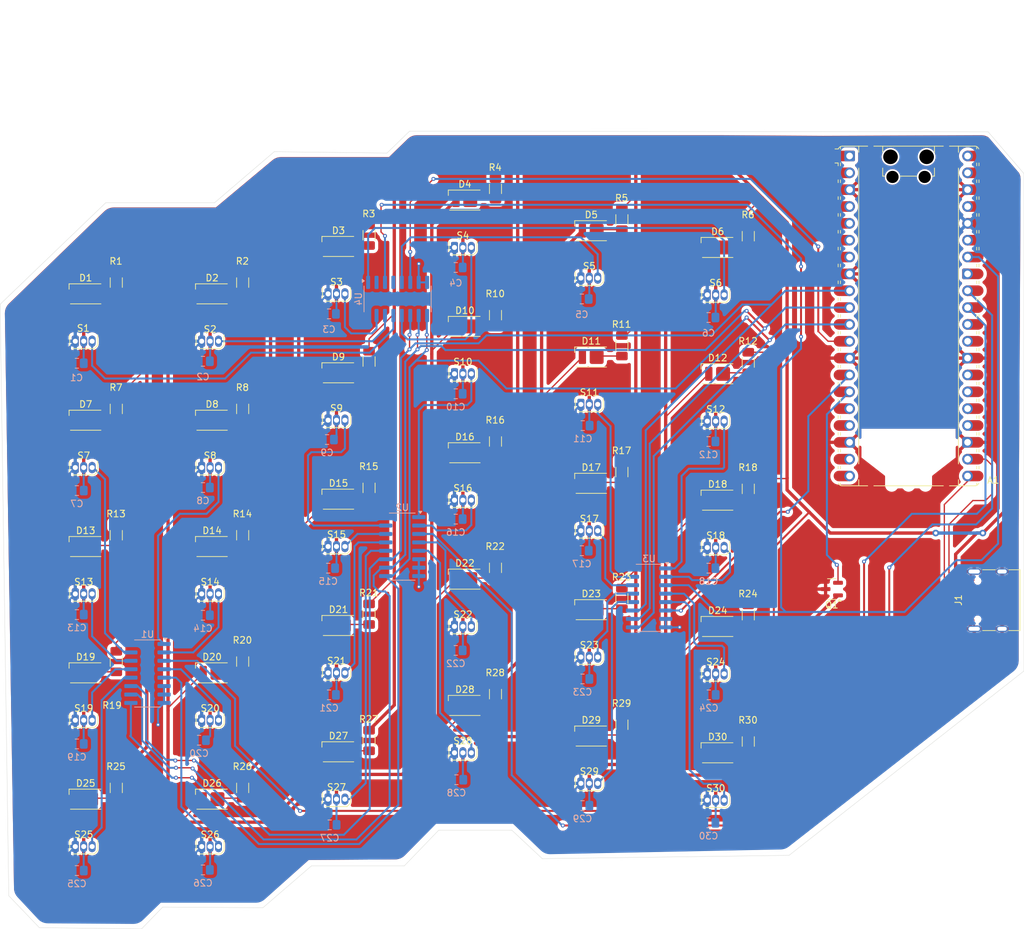
<source format=kicad_pcb>
(kicad_pcb (version 20241229) (generator "pcbnew") (generator_version "9.0")
  (layers (0 "F.Cu" signal) (2 "B.Cu" signal) (13 "F.Paste" user) (15 "B.Paste" user) (5 "F.SilkS" user "F.Silkscreen") (7 "B.SilkS" user "B.Silkscreen") (1 "F.Mask" user) (3 "B.Mask" user) (25 "Edge.Cuts" user))
  (net 0 "")
  (net 3 "VSYS")
  (net 4 "Net-(A1-GPIO16)")
  (net 6 "Mux2_Enable")
  (net 7 "GND")
  (net 9 "ADC_2")
  (net 10 "S1")
  (net 12 "ADC_0")
  (net 13 "ADC_1")
  (net 16 "Net-(A1-GPIO17)")
  (net 18 "Mux3_Enable")
  (net 19 "S0")
  (net 20 "S2")
  (net 24 "LED_PWM")
  (net 27 "VCC")
  (net 36 "Net-(D1-A)")
  (net 37 "Net-(D1-K)")
  (net 38 "Net-(D2-A)")
  (net 39 "Net-(D3-A)")
  (net 40 "Net-(D4-A)")
  (net 41 "Net-(D5-A)")
  (net 42 "Net-(D6-A)")
  (net 43 "Net-(D7-A)")
  (net 44 "Net-(D8-A)")
  (net 45 "Net-(D9-A)")
  (net 46 "Net-(D10-A)")
  (net 47 "Net-(D11-A)")
  (net 48 "Net-(D12-A)")
  (net 49 "Net-(D13-A)")
  (net 50 "Net-(D14-A)")
  (net 51 "Net-(D15-A)")
  (net 52 "Net-(D16-A)")
  (net 53 "Net-(D17-A)")
  (net 54 "Net-(D18-A)")
  (net 55 "Net-(D19-A)")
  (net 56 "Net-(D20-A)")
  (net 57 "Net-(D21-A)")
  (net 58 "Net-(D22-A)")
  (net 59 "Net-(D23-A)")
  (net 60 "Net-(D24-A)")
  (net 61 "Net-(D25-A)")
  (net 62 "Net-(D26-A)")
  (net 63 "Net-(D27-A)")
  (net 64 "Net-(D28-A)")
  (net 65 "Net-(D29-A)")
  (net 66 "Net-(D30-A)")
  (net 67 "Net-(S1-V_{OUT})")
  (net 68 "Net-(S2-V_{OUT})")
  (net 69 "Net-(S3-V_{OUT})")
  (net 70 "Net-(S4-V_{OUT})")
  (net 71 "Net-(S5-V_{OUT})")
  (net 72 "Net-(S6-V_{OUT})")
  (net 73 "Net-(S7-V_{OUT})")
  (net 74 "Net-(S8-V_{OUT})")
  (net 75 "Net-(S9-V_{OUT})")
  (net 76 "Net-(S10-V_{OUT})")
  (net 77 "Net-(S11-V_{OUT})")
  (net 78 "Net-(S12-V_{OUT})")
  (net 79 "Net-(S13-V_{OUT})")
  (net 80 "Net-(S14-V_{OUT})")
  (net 81 "Net-(S15-V_{OUT})")
  (net 82 "Net-(S16-V_{OUT})")
  (net 83 "Net-(S17-V_{OUT})")
  (net 84 "Net-(S18-V_{OUT})")
  (net 85 "Net-(S19-V_{OUT})")
  (net 86 "Net-(S20-V_{OUT})")
  (net 87 "Net-(S21-V_{OUT})")
  (net 88 "Net-(S22-V_{OUT})")
  (net 89 "Net-(S23-V_{OUT})")
  (net 90 "Net-(S24-V_{OUT})")
  (net 91 "Net-(S25-V_{OUT})")
  (net 92 "Net-(S26-V_{OUT})")
  (net 93 "Net-(S27-V_{OUT})")
  (net 94 "Net-(S28-V_{OUT})")
  (net 95 "Net-(S29-V_{OUT})")
  (net 96 "Net-(S30-V_{OUT})")
  (footprint "LED_SMD:LED_Everlight-SMD3528_3.5x2.8mm_67-21ST" (layer "F.Cu") (at 113.49 69.05625)
    (property "Reference" "D11")
    (property "Value" "LED_Small" (hide yes))
  )
  (footprint "Package_TO_SOT_THT:TO-92S" (layer "F.Cu") (at 35.71875 66.675)
    (property "Reference" "S1")
    (property "Value" "A1302xUA" (hide yes))
  )
  (footprint "Resistor_SMD:R_1206_3216Metric_Pad1.30x1.75mm_HandSolder" (layer "F.Cu") (at 60.95 95.93125 90)
    (property "Reference" "R14")
    (property "Value" "R_Small" (hide yes))
  )
  (footprint "Resistor_SMD:R_1206_3216Metric_Pad1.30x1.75mm_HandSolder" (layer "F.Cu") (at 118.1 124.50625 90)
    (property "Reference" "R29")
    (property "Value" "R_Small" (hide yes))
  )
  (footprint "Package_TO_SOT_THT:TO-92S" (layer "F.Cu") (at 92.86875 109.6875)
    (property "Reference" "S22")
    (property "Value" "A1302xUA" (hide yes))
  )
  (footprint "Package_TO_SOT_THT:TO-92S" (layer "F.Cu") (at 54.76875 85.725)
    (property "Reference" "S8")
    (property "Value" "A1302xUA" (hide yes))
  )
  (footprint "Resistor_SMD:R_1206_3216Metric_Pad1.30x1.75mm_HandSolder" (layer "F.Cu") (at 60.95 76.88125 90)
    (property "Reference" "R8")
    (property "Value" "R_Small" (hide yes))
  )
  (footprint "Resistor_SMD:R_1206_3216Metric_Pad1.30x1.75mm_HandSolder" (layer "F.Cu") (at 118.1 86.40625 90)
    (property "Reference" "R17")
    (property "Value" "R_Small" (hide yes))
  )
  (footprint "Resistor_SMD:R_1206_3216Metric_Pad1.30x1.75mm_HandSolder" (layer "F.Cu") (at 137.15 50.8375 90)
    (property "Reference" "R6")
    (property "Value" "R_Small" (hide yes))
  )
  (footprint "Package_TO_SOT_THT:TO-92S" (layer "F.Cu") (at 92.86875 52.5375)
    (property "Reference" "S4")
    (property "Value" "A1302xUA" (hide yes))
  )
  (footprint "LED_SMD:LED_Everlight-SMD3528_3.5x2.8mm_67-21ST" (layer "F.Cu") (at 113.49 50.00625)
    (property "Reference" "D5")
    (property "Value" "LED_Small" (hide yes))
  )
  (footprint "LED_SMD:LED_Everlight-SMD3528_3.5x2.8mm_67-21ST" (layer "F.Cu") (at 37.29 78.58125)
    (property "Reference" "D7")
    (property "Value" "LED_Small" (hide yes))
  )
  (footprint "LED_SMD:LED_Everlight-SMD3528_3.5x2.8mm_67-21ST" (layer "F.Cu") (at 75.39 109.5375)
    (property "Reference" "D21")
    (property "Value" "LED_Small" (hide yes))
  )
  (footprint "LED_SMD:LED_Everlight-SMD3528_3.5x2.8mm_67-21ST" (layer "F.Cu") (at 113.49 107.15625)
    (property "Reference" "D23")
    (property "Value" "LED_Small" (hide yes))
  )
  (footprint "Resistor_SMD:R_1206_3216Metric_Pad1.30x1.75mm_HandSolder" (layer "F.Cu") (at 99.05 100.84375 90)
    (property "Reference" "R22")
    (property "Value" "R_Small" (hide yes))
  )
  (footprint "Resistor_SMD:R_1206_3216Metric_Pad1.30x1.75mm_HandSolder" (layer "F.Cu") (at 41.9 57.83125 90)
    (property "Reference" "R1")
    (property "Value" "R_Small" (hide yes))
  )
  (footprint "Resistor_SMD:R_1206_3216Metric_Pad1.30x1.75mm_HandSolder" (layer "F.Cu") (at 60.95 114.98125 90)
    (property "Reference" "R20")
    (property "Value" "R_Small" (hide yes))
  )
  (footprint "LED_SMD:LED_Everlight-SMD3528_3.5x2.8mm_67-21ST" (layer "F.Cu") (at 94.44 45.39375)
    (property "Reference" "D4")
    (property "Value" "LED_Small" (hide yes))
  )
  (footprint "Package_TO_SOT_THT:TO-92S" (layer "F.Cu") (at 35.71875 104.775)
    (property "Reference" "S13")
    (property "Value" "A1302xUA" (hide yes))
  )
  (footprint "Package_TO_SOT_THT:TO-92S" (layer "F.Cu") (at 54.76875 66.675)
    (property "Reference" "S2")
    (property "Value" "A1302xUA" (hide yes))
  )
  (footprint "LED_SMD:LED_Everlight-SMD3528_3.5x2.8mm_67-21ST" (layer "F.Cu") (at 37.29 97.63125)
    (property "Reference" "D13")
    (property "Value" "LED_Small" (hide yes))
  )
  (footprint "LED_SMD:LED_Everlight-SMD3528_3.5x2.8mm_67-21ST" (layer "F.Cu") (at 132.54 128.7375)
    (property "Reference" "D30")
    (property "Value" "LED_Small" (hide yes))
  )
  (footprint "Package_TO_SOT_THT:TO-92S" (layer "F.Cu") (at 130.96875 135.88125)
    (property "Reference" "S30")
    (property "Value" "A1302xUA" (hide yes))
  )
  (footprint "Package_TO_SOT_SMD:SOT-23" (layer "F.Cu") (at 149.7375 104.05 180)
    (property "Reference" "Q1")
    (property "Value" "NMOS")
  )
  (footprint "Package_TO_SOT_THT:TO-92S" (layer "F.Cu") (at 54.76875 142.875)
    (property "Reference" "S26")
    (property "Value" "A1302xUA" (hide yes))
  )
  (footprint "Connector_USB:USB_C_Receptacle_G-Switch_GT-USB-7010ASV" (layer "F.Cu") (at 174.325 105.72 90)
    (property "Reference" "J1")
    (property "Value" "USB_C")
  )
  (footprint "Resistor_SMD:R_1206_3216Metric_Pad1.30x1.75mm_HandSolder" (layer "F.Cu") (at 80 126.8875 90)
    (property "Reference" "R27")
    (property "Value" "R_Small" (hide yes))
  )
  (footprint "LED_SMD:LED_Everlight-SMD3528_3.5x2.8mm_67-21ST" (layer "F.Cu") (at 94.44 102.54375)
    (property "Reference" "D22")
    (property "Value" "LED_Small" (hide yes))
  )
  (footprint "Package_TO_SOT_THT:TO-92S" (layer "F.Cu") (at 111.91875 95.25)
    (property "Reference" "S17")
    (property "Value" "A1302xUA" (hide yes))
  )
  (footprint "Package_TO_SOT_THT:TO-92S" (layer "F.Cu") (at 73.81875 116.68125)
    (property "Reference" "S21")
    (property "Value" "A1302xUA" (hide yes))
  )
  (footprint "Resistor_SMD:R_1206_3216Metric_Pad1.30x1.75mm_HandSolder" (layer "F.Cu") (at 60.95 134.03125 90)
    (property "Reference" "R26")
    (property "Value" "R_Small" (hide yes))
  )
  (footprint "Module:RaspberryPi_Pico_Common_Unspecified" (layer "F.Cu") (at 161.31 62.87)
    (property "Reference" "A1")
    (property "Value" "RaspberryPi_Pico")
  )
  (footprint "Package_TO_SOT_THT:TO-92S" (layer "F.Cu") (at 92.86875 90.6375)
    (property "Reference" "S16")
    (property "Value" "A1302xUA" (hide yes))
  )
  (footprint "Package_TO_SOT_THT:TO-92S" (layer "F.Cu") (at 92.86875 71.5875)
    (property "Reference" "S10")
    (property "Value" "A1302xUA" (hide yes))
  )
  (footprint "Resistor_SMD:R_1206_3216Metric_Pad1.30x1.75mm_HandSolder" (layer "F.Cu") (at 137.15 107.9875 90)
    (property "Reference" "R24")
    (property "Value" "R_Small" (hide yes))
  )
  (footprint "Resistor_SMD:R_1206_3216Metric_Pad1.30x1.75mm_HandSolder" (layer "F.Cu") (at 41.9 76.88125 90)
    (property "Reference" "R7")
    (property "Value" "R_Small" (hide yes))
  )
  (footprint "Resistor_SMD:R_1206_3216Metric_Pad1.30x1.75mm_HandSolder" (layer "F.Cu") (at 118.1 105.45625 90)
    (property "Reference" "R23")
    (property "Value" "R_Small" (hide yes))
  )
  (footprint "Package_TO_SOT_THT:TO-92S" (layer "F.Cu") (at 73.81875 78.58125)
    (property "Reference" "S9")
    (property "Value" "A1302xUA" (hide yes))
  )
  (footprint "LED_SMD:LED_Everlight-SMD3528_3.5x2.8mm_67-21ST" (layer "F.Cu") (at 132.54 52.5375)
    (property "Reference" "D6")
    (property "Value" "LED_Small" (hide yes))
  )
  (footprint "LED_SMD:LED_Everlight-SMD3528_3.5x2.8mm_67-21ST" (layer "F.Cu") (at 37.29 116.68125)
    (property "Reference" "D19")
    (property "Value" "LED_Small" (hide yes))
  )
  (footprint "Resistor_SMD:R_1206_3216Metric_Pad1.30x1.75mm_HandSolder" (layer "F.Cu") (at 60.95 57.83125 90)
    (property "Reference" "R2")
    (property "Value" "R_Small" (hide yes))
  )
  (footprint "Resistor_SMD:R_1206_3216Metric_Pad1.30x1.75mm_HandSolder" (layer "F.Cu") (at 80 88.7875 90)
    (property "Reference" "R15")
    (property "Value" "R_Small" (hide yes))
  )
  (footprint "Resistor_SMD:R_1206_3216Metric_Pad1.30x1.75mm_HandSolder" (layer "F.Cu") (at 80 107.8375 90)
    (property "Reference" "R21")
    (property "Value" "R_Small" (hide yes))
  )
  (footprint "LED_SMD:LED_Everlight-SMD3528_3.5x2.8mm_67-21ST" (layer "F.Cu") (at 94.44 83.49375)
    (property "Reference" "D16")
    (property "Value" "LED_Small" (hide yes))
  )
  (footprint "Resistor_SMD:R_1206_3216Metric_Pad1.30x1.75mm_HandSolder" (layer "F.Cu") (at 137.15 127.0375 90)
    (property "Reference" "R30")
    (property "Value" "R_Small" (hide yes))
  )
  (footprint "Package_TO_SOT_THT:TO-92S" (layer "F.Cu") (at 73.81875 97.63125)
    (property "Reference" "S15")
    (property "Value" "A1302xUA" (hide yes))
  )
  (footprint "Resistor_SMD:R_1206_3216Metric_Pad1.30x1.75mm_HandSolder" (layer "F.Cu") (at 118.1 67.35625 90)
    (property "Reference" "R11")
    (property "Value" "R_Small" (hide yes))
  )
  (footprint "LED_SMD:LED_Everlight-SMD3528_3.5x2.8mm_67-21ST" (layer "F.Cu") (at 56.34 78.58125)
    (property "Reference" "D8")
    (property "Value" "LED_Small" (hide yes))
  )
  (footprint "Package_TO_SOT_THT:TO-92S" (layer "F.Cu") (at 54.76875 123.825)
    (property "Reference" "S20")
    (property "Value" "A1302xUA" (hide yes))
  )
  (footprint "Resistor_SMD:R_1206_3216Metric_Pad1.30x1.75mm_HandSolder" (layer "F.Cu") (at 99.05 81.79375 90)
    (property "Reference" "R16")
    (property "Value" "R_Small" (hide yes))
  )
  (footprint "Package_TO_SOT_THT:TO-92S" (layer "F.Cu") (at 35.71875 142.875)
    (property "Reference" "S25")
    (property "Value" "A1302xUA" (hide yes))
  )
  (footprint "LED_SMD:LED_Everlight-SMD3528_3.5x2.8mm_67-21ST" (layer "F.Cu") (at 75.39 90.4875)
    (property "Reference" "D15")
    (property "Value" "LED_Small" (hide yes))
  )
  (footprint "Resistor_SMD:R_1206_3216Metric_Pad1.30x1.75mm_HandSolder" (layer "F.Cu") (at 137.15 88.9375 90)
    (property "Reference" "R18")
    (property "Value" "R_Small" (hide yes))
  )
  (footprint "LED_SMD:LED_Everlight-SMD3528_3.5x2.8mm_67-21ST" (layer "F.Cu") (at 75.39 128.5875)
    (property "Reference" "D27")
    (property "Value" "LED_Small" (hide yes))
  )
  (footprint "LED_SMD:LED_Everlight-SMD3528_3.5x2.8mm_67-21ST" (layer "F.Cu") (at 56.34 116.68125)
    (property "Reference" "D20")
    (property "Value" "LED_Small" (hide yes))
  )
  (footprint "Package_TO_SOT_THT:TO-92S" (layer "F.Cu") (at 35.71875 123.825)
    (property "Reference" "S19")
    (property "Value" "A1302xUA" (hide yes))
  )
  (footprint "Package_TO_SOT_THT:TO-92S" (layer "F.Cu") (at 73.81875 59.53125)
    (property "Reference" "S3")
    (property "Value" "A1302xUA" (hide yes))
  )
  (footprint "LED_SMD:LED_Everlight-SMD3528_3.5x2.8mm_67-21ST" (layer "F.Cu") (at 75.39 52.3875)
    (property "Reference" "D3")
    (property "Value" "LED_Small" (hide yes))
  )
  (footprint "LED_SMD:LED_Everlight-SMD3528_3.5x2.8mm_67-21ST" (layer "F.Cu") (at 132.54 109.6875)
    (property "Reference" "D24")
    (property "Value" "LED_Small" (hide yes))
  )
  (footprint "Resistor_SMD:R_1206_3216Metric_Pad1.30x1.75mm_HandSolder" (layer "F.Cu") (at 41.9 134.03125 90)
    (property "Reference" "R25")
    (property "Value" "R_Small" (hide yes))
  )
  (footprint "Resistor_SMD:R_1206_3216Metric_Pad1.30x1.75mm_HandSolder" (layer "F.Cu") (at 99.05 119.89375 90)
    (property "Reference" "R28")
    (property "Value" "R_Small" (hide yes))
  )
  (footprint "LED_SMD:LED_Everlight-SMD3528_3.5x2.8mm_67-21ST" (layer "F.Cu") (at 56.34 135.73125)
    (property "Reference" "D26")
    (property "Value" "LED_Small" (hide yes))
  )
  (footprint "Package_TO_SOT_THT:TO-92S" (layer "F.Cu") (at 130.96875 59.68125)
    (property "Reference" "S6")
    (property "Value" "A1302xUA" (hide yes))
  )
  (footprint "Resistor_SMD:R_1206_3216Metric_Pad1.30x1.75mm_HandSolder" (layer "F.Cu") (at 80 69.7375 90)
    (property "Reference" "R9" (hide yes))
    (property "Value" "R_Small" (hide yes))
  )
  (footprint "Package_TO_SOT_THT:TO-92S" (layer "F.Cu") (at 35.71875 85.725)
    (property "Reference" "S7")
    (property "Value" "A1302xUA" (hide yes))
  )
  (footprint "Package_TO_SOT_THT:TO-92S" (layer "F.Cu") (at 92.86875 128.7375)
    (property "Reference" "S28")
    (property "Value" "A1302xUA" (hide yes))
  )
  (footprint "Resistor_SMD:R_1206_3216Metric_Pad1.30x1.75mm_HandSolder" (layer "F.Cu") (at 41.9 114.98125 90)
    (property "Reference" "R19")
    (property "Value" "R_Small" (hide yes))
  )
  (footprint "Package_TO_SOT_THT:TO-92S" (layer "F.Cu") (at 111.91875 114.3)
    (property "Reference" "S23")
    (property "Value" "A1302xUA" (hide yes))
  )
  (footprint "Resistor_SMD:R_1206_3216Metric_Pad1.30x1.75mm_HandSolder" (layer "F.Cu") (at 118.1 48.30625 90)
    (property "Reference" "R5")
    (property "Value" "R_Small" (hide yes))
  )
  (footprint "LED_SMD:LED_Everlight-SMD3528_3.5x2.8mm_67-21ST" (layer "F.Cu") (at 132.54 71.5875)
    (property "Reference" "D12")
    (property "Value" "LED_Small" (hide yes))
  )
  (footprint "Package_TO_SOT_THT:TO-92S" (layer "F.Cu") (at 130.96875 78.73125)
    (property "Reference" "S12")
    (property "Value" "A1302xUA" (hide yes))
  )
  (footprint "Resistor_SMD:R_1206_3216Metric_Pad1.30x1.75mm_HandSolder" (layer "F.Cu") (at 41.9 95.93125 90)
    (property "Reference" "R13")
    (property "Value" "R_Small" (hide yes))
  )
  (footprint "Package_TO_SOT_THT:TO-92S" (layer "F.Cu") (at 111.91875 76.2)
    (property "Reference" "S11")
    (property "Value" "A1302xUA" (hide yes))
  )
  (footprint "Resistor_SMD:R_1206_3216Metric_Pad1.30x1.75mm_HandSolder" (layer "F.Cu") (at 80 50.6875 90)
    (property "Reference" "R3")
    (property "Value" "R_Small" (hide yes))
  )
  (footprint "LED_SMD:LED_Everlight-SMD3528_3.5x2.8mm_67-21ST" (layer "F.Cu") (at 113.49 88.10625)
    (property "Reference" "D17")
    (property "Value" "LED_Small" (hide yes))
  )
  (footprint "Resistor_SMD:R_1206_3216Metric_Pad1.30x1.75mm_HandSolder" (layer "F.Cu") (at 137.15 69.8875 90)
    (property "Reference" "R12")
    (property "Value" "R_Small" (hide yes))
  )
  (footprint "LED_SMD:LED_Everlight-SMD3528_3.5x2.8mm_67-21ST" (layer "F.Cu") (at 75.39 71.4375)
    (property "Reference" "D9")
    (property "Value" "LED_Small" (hide yes))
  )
  (footprint "LED_SMD:LED_Everlight-SMD3528_3.5x2.8mm_67-21ST" (layer "F.Cu") (at 37.29 135.73125)
    (property "Reference" "D25")
    (property "Value" "LED_Small" (hide yes))
  )
  (footprint "LED_SMD:LED_Everlight-SMD3528_3.5x2.8mm_67-21ST" (layer "F.Cu") (at 113.49 126.20625)
    (property "Reference" "D29")
    (property "Value" "LED_Small" (hide yes))
  )
  (footprint "Resistor_SMD:R_1206_3216Metric_Pad1.30x1.75mm_HandSolder" (layer "F.Cu") (at 99.05 62.74375 90)
    (property "Reference" "R10")
    (property "Value" "R_Small" (hide yes))
  )
  (footprint "LED_SMD:LED_Everlight-SMD3528_3.5x2.8mm_67-21ST" (layer "F.Cu") (at 94.44 121.59375)
    (property "Reference" "D28")
    (property "Value" "LED_Small" (hide yes))
  )
  (footprint "Package_TO_SOT_THT:TO-92S" (layer "F.Cu") (at 130.96875 116.83125)
    (property "Reference" "S24")
    (property "Value" "A1302xUA" (hide yes))
  )
  (footprint "Package_TO_SOT_THT:TO-92S" (layer "F.Cu") (at 130.96875 97.78125)
    (property "Reference" "S18")
    (property "Value" "A1302xUA" (hide yes))
  )
  (footprint "Resistor_SMD:R_1206_3216Metric_Pad1.30x1.75mm_HandSolder" (layer "F.Cu") (at 99.05 43.69375 90)
    (property "Reference" "R4")
    (property "Value" "R_Small" (hide yes))
  )
  (footprint "LED_SMD:LED_Everlight-SMD3528_3.5x2.8mm_67-21ST" (layer "F.Cu") (at 132.54 90.6375)
    (property "Reference" "D18")
    (property "Value" "LED_Small" (hide yes))
  )
  (footprint "Package_TO_SOT_THT:TO-92S" (layer "F.Cu") (at 111.91875 133.35)
    (property "Reference" "S29")
    (property "Value" "A1302xUA" (hide yes))
  )
  (footprint "Package_TO_SOT_THT:TO-92S" (layer "F.Cu") (at 73.81875 135.73125)
    (property "Reference" "S27")
    (property "Value" "A1302xUA" (hide yes))
  )
  (footprint "Package_TO_SOT_THT:TO-92S" (layer "F.Cu") (at 54.76875 104.775)
    (property "Reference" "S14")
    (property "Value" "A1302xUA" (hide yes))
  )
  (footprint "Package_TO_SOT_THT:TO-92S" (layer "F.Cu") (at 111.91875 57.15)
    (property "Reference" "S5")
    (property "Value" "A1302xUA" (hide yes))
  )
  (footprint "LED_SMD:LED_Everlight-SMD3528_3.5x2.8mm_67-21ST" (layer "F.Cu") (at 37.29 59.53125)
    (property "Reference" "D1")
    (property "Value" "LED_Small" (hide yes))
  )
  (footprint "LED_SMD:LED_Everlight-SMD3528_3.5x2.8mm_67-21ST" (layer "F.Cu") (at 56.34 97.63125)
    (property "Reference" "D14")
    (property "Value" "LED_Small" (hide yes))
  )
  (footprint "LED_SMD:LED_Everlight-SMD3528_3.5x2.8mm_67-21ST" (layer "F.Cu") (at 94.44 64.44375)
    (property "Reference" "D10")
    (property "Value" "LED_Small" (hide yes))
  )
  (footprint "LED_SMD:LED_Everlight-SMD3528_3.5x2.8mm_67-21ST" (layer "F.Cu") (at 56.34 59.53125)
    (property "Reference" "D2")
    (property "Value" "LED_Small" (hide yes))
  )
  (footprint "Capacitor_SMD:C_0805_2012Metric_Pad1.18x1.45mm_HandSolder" (layer "B.Cu") (at 93.0625 55.55375)
    (property "Reference" "C4")
    (property "Value" "C_Small" (hide yes))
  )
  (footprint "Capacitor_SMD:C_0805_2012Metric_Pad1.18x1.45mm_HandSolder" (layer "B.Cu") (at 54.9625 108)
    (property "Reference" "C14")
    (property "Value" "C_Small" (hide yes))
  )
  (footprint "Capacitor_SMD:C_0805_2012Metric_Pad1.18x1.45mm_HandSolder" (layer "B.Cu") (at 112.1625 117.6)
    (property "Reference" "C23")
    (property "Value" "C_Small" (hide yes))
  )
  (footprint "Capacitor_SMD:C_0805_2012Metric_Pad1.18x1.45mm_HandSolder" (layer "B.Cu") (at 35.9625 89.2)
    (property "Reference" "C7")
    (property "Value" "C_Small" (hide yes))
  )
  (footprint "Package_SO:SOP-16_3.9x9.9mm_P1.27mm" (layer "B.Cu") (at 122.2 105.375 180)
    (property "Reference" "U3")
    (property "Value" "74HC4051")
  )
  (footprint "Capacitor_SMD:C_0805_2012Metric_Pad1.18x1.45mm_HandSolder" (layer "B.Cu") (at 93.0625 113.3)
    (property "Reference" "C22")
    (property "Value" "C_Small" (hide yes))
  )
  (footprint "Capacitor_SMD:C_0805_2012Metric_Pad1.18x1.45mm_HandSolder" (layer "B.Cu") (at 131.1625 100.9)
    (property "Reference" "C18")
    (property "Value" "C_Small" (hide yes))
  )
  (footprint "Capacitor_SMD:C_0805_2012Metric_Pad1.18x1.45mm_HandSolder" (layer "B.Cu") (at 131.1625 139.3)
    (property "Reference" "C30")
    (property "Value" "C_Small" (hide yes))
  )
  (footprint "Capacitor_SMD:C_0805_2012Metric_Pad1.18x1.45mm_HandSolder" (layer "B.Cu") (at 74.0625 139.6)
    (property "Reference" "C27")
    (property "Value" "C_Small" (hide yes))
  )
  (footprint "Capacitor_SMD:C_0805_2012Metric_Pad1.18x1.45mm_HandSolder" (layer "B.Cu") (at 112.2 79.4)
    (property "Reference" "C11")
    (property "Value" "C_Small" (hide yes))
  )
  (footprint "Capacitor_SMD:C_0805_2012Metric_Pad1.18x1.45mm_HandSolder" (layer "B.Cu") (at 73.9625 120)
    (property "Reference" "C21")
    (property "Value" "C_Small" (hide yes))
  )
  (footprint "Package_SO:SOP-16_3.9x9.9mm_P1.27mm" (layer "B.Cu") (at 46.6 116.775 180)
    (property "Reference" "U1")
    (property "Value" "74HC4051")
  )
  (footprint "Capacitor_SMD:C_0805_2012Metric_Pad1.18x1.45mm_HandSolder" (layer "B.Cu") (at 112.1625 136.7)
    (property "Reference" "C29")
    (property "Value" "C_Small" (hide yes))
  )
  (footprint "Capacitor_SMD:C_0805_2012Metric_Pad1.18x1.45mm_HandSolder" (layer "B.Cu") (at 73.9625 62.5475)
    (property "Reference" "C3")
    (property "Value" "C_Small" (hide yes))
  )
  (footprint "Capacitor_SMD:C_0805_2012Metric_Pad1.18x1.45mm_HandSolder" (layer "B.Cu") (at 112.0625 60.3)
    (property "Reference" "C5")
    (property "Value" "C_Small" (hide yes))
  )
  (footprint "Capacitor_SMD:C_0805_2012Metric_Pad1.18x1.45mm_HandSolder" (layer "B.Cu") (at 73.6625 81.5)
    (property "Reference" "C9")
    (property "Value" "C_Small" (hide yes))
  )
  (footprint "Capacitor_SMD:C_0805_2012Metric_Pad1.18x1.45mm_HandSolder" (layer "B.Cu") (at 131.1625 63.1)
    (property "Reference" "C6")
    (property "Value" "C_Small" (hide yes))
  )
  (footprint "Capacitor_SMD:C_0805_2012Metric_Pad1.18x1.45mm_HandSolder" (layer "B.Cu") (at 93.0625 93.5)
    (property "Reference" "C16")
    (property "Value" "C_Small" (hide yes))
  )
  (footprint "Capacitor_SMD:C_0805_2012Metric_Pad1.18x1.45mm_HandSolder" (layer "B.Cu") (at 54.9625 69.7)
    (property "Reference" "C2")
    (property "Value" "C_Small" (hide yes))
  )
  (footprint "Capacitor_SMD:C_0805_2012Metric_Pad1.18x1.45mm_HandSolder" (layer "B.Cu") (at 54.9625 88.74125)
    (property "Reference" "C8")
    (property "Value" "C_Small" (hide yes))
  )
  (footprint "Capacitor_SMD:C_0805_2012Metric_Pad1.18x1.45mm_HandSolder" (layer "B.Cu") (at 54.3775 126.84125)
    (property "Reference" "C20")
    (property "Value" "C_Small" (hide yes))
  )
  (footprint "Package_SO:SOP-16_3.9x9.9mm_P1.27mm" (layer "B.Cu") (at 84.3 60.3 -90)
    (property "Reference" "U4")
    (property "Value" "74HC4051")
  )
  (footprint "Capacitor_SMD:C_0805_2012Metric_Pad1.18x1.45mm_HandSolder" (layer "B.Cu") (at 131.2 120)
    (property "Reference" "C24")
    (property "Value" "C_Small" (hide yes))
  )
  (footprint "Capacitor_SMD:C_0805_2012Metric_Pad1.18x1.45mm_HandSolder" (layer "B.Cu") (at 73.8375 100.9)
    (property "Reference" "C15")
    (property "Value" "C_Small" (hide yes))
  )
  (footprint "Capacitor_SMD:C_0805_2012Metric_Pad1.18x1.45mm_HandSolder" (layer "B.Cu") (at 93.0625 74.6)
    (property "Reference" "C10")
    (property "Value" "C_Small" (hide yes))
  )
  (footprint "Package_SO:SOP-16_3.9x9.9mm_P1.27mm" (layer "B.Cu") (at 85 97.645 180)
    (property "Reference" "U2")
    (property "Value" "74HC4051")
  )
  (footprint "Capacitor_SMD:C_0805_2012Metric_Pad1.18x1.45mm_HandSolder" (layer "B.Cu") (at 35.9625 70)
    (property "Reference" "C1")
    (property "Value" "C_Small" (hide yes))
  )
  (footprint "Capacitor_SMD:C_0805_2012Metric_Pad1.18x1.45mm_HandSolder" (layer "B.Cu") (at 54.9625 146.4)
    (property "Reference" "C26")
    (property "Value" "C_Small" (hide yes))
  )
  (footprint "Capacitor_SMD:C_0805_2012Metric_Pad1.18x1.45mm_HandSolder" (layer "B.Cu") (at 35.9625 146.5)
    (property "Reference" "C25")
    (property "Value" "C_Small" (hide yes))
  )
  (footprint "Capacitor_SMD:C_0805_2012Metric_Pad1.18x1.45mm_HandSolder" (layer "B.Cu") (at 93.1625 132.8)
    (property "Reference" "C28")
    (property "Value" "C_Small" (hide yes))
  )
  (footprint "Capacitor_SMD:C_0805_2012Metric_Pad1.18x1.45mm_HandSolder" (layer "B.Cu") (at 112.0625 98.26625)
    (property "Reference" "C17")
    (property "Value" "C_Small" (hide yes))
  )
  (footprint "Capacitor_SMD:C_0805_2012Metric_Pad1.18x1.45mm_HandSolder" (layer "B.Cu") (at 35.9625 107.9)
    (property "Reference" "C13")
    (property "Value" "C_Small" (hide yes))
  )
  (footprint "Capacitor_SMD:C_0805_2012Metric_Pad1.18x1.45mm_HandSolder" (layer "B.Cu") (at 131.1625 81.8)
    (property "Reference" "C12")
    (property "Value" "C_Small" (hide yes))
  )
  (footprint "Capacitor_SMD:C_0805_2012Metric_Pad1.18x1.45mm_HandSolder" (layer "B.Cu") (at 35.9625 127.4)
    (property "Reference" "C19")
    (property "Value" "C_Small" (hide yes))
  )
  (gr_line (start 25.7 150.3) (end 30.3 155.1) (stroke (width 0.05)) (layer "Edge.Cuts"))
  (gr_line (start 24.4 61.1) (end 25.7 150.3) (stroke (width 0.05)) (layer "Edge.Cuts"))
  (gr_line (start 40.3 45.8) (end 24.4 61.1) (stroke (width 0.05)) (layer "Edge.Cuts"))
  (gr_line (start 71.3 145.8) (end 85.3 145.8) (stroke (width 0.05)) (layer "Edge.Cuts"))
  (gr_line (start 82.7 38.3) (end 65.7 38.1) (stroke (width 0.05)) (layer "Edge.Cuts"))
  (gr_line (start 48.9 152) (end 64 152.1) (stroke (width 0.05)) (layer "Edge.Cuts"))
  (gr_line (start 178.7 41.4) (end 173.3 35.1) (stroke (width 0.05)) (layer "Edge.Cuts"))
  (gr_line (start 143.3 144.2) (end 178.7 116.4) (stroke (width 0.05)) (layer "Edge.Cuts"))
  (gr_line (start 56.7 45.8) (end 40.3 45.8) (stroke (width 0.05)) (layer "Edge.Cuts"))
  (gr_line (start 173.3 35.1) (end 86.1 35) (stroke (width 0.05)) (layer "Edge.Cuts"))
  (gr_line (start 106.1 144.7) (end 143.3 144.2) (stroke (width 0.05)) (layer "Edge.Cuts"))
  (gr_line (start 30.3 155.1) (end 45.7 155.3) (stroke (width 0.05)) (layer "Edge.Cuts"))
  (gr_line (start 86.1 35) (end 82.7 38.3) (stroke (width 0.05)) (layer "Edge.Cuts"))
  (gr_line (start 90.5 140.4) (end 101.5 140.4) (stroke (width 0.05)) (layer "Edge.Cuts"))
  (gr_line (start 64 152.1) (end 71.3 145.8) (stroke (width 0.05)) (layer "Edge.Cuts"))
  (gr_line (start 85.3 145.8) (end 90.5 140.4) (stroke (width 0.05)) (layer "Edge.Cuts"))
  (gr_line (start 101.5 140.4) (end 106.1 144.7) (stroke (width 0.05)) (layer "Edge.Cuts"))
  (gr_line (start 178.7 116.4) (end 178.7 41.4) (stroke (width 0.05)) (layer "Edge.Cuts"))
  (gr_line (start 65.7 38.1) (end 56.7 45.8) (stroke (width 0.05)) (layer "Edge.Cuts"))
  (gr_line (start 45.7 155.3) (end 48.9 152) (stroke (width 0.05)) (layer "Edge.Cuts"))
  (segment (start 65.15 44.35) (end 65.15 71.6) (width 0.5) (layer "F.Cu") (net 3))
  (segment (start 132.4 38.2) (end 139.25 45.05) (width 0.5) (layer "F.Cu") (net 3))
  (segment (start 60.95 48.55) (end 61.1 48.4) (width 0.2) (layer "F.Cu") (net 3))
  (segment (start 149.5 95.6) (end 146.35 92.45) (width 0.5) (layer "F.Cu") (net 3))
  (segment (start 165.4 95.6) (end 149.5 95.6) (width 0.5) (layer "F.Cu") (net 3))
  (segment (start 171.253992 103.32) (end 170.6 103.32) (width 0.2) (layer "F.Cu") (net 3))
  (segment (start 172.5 95.6) (end 175.8 92.3) (width 0.5) (layer "F.Cu") (net 3))
  (segment (start 99.05 38.35) (end 99.2 38.2) (width 0.2) (layer "F.Cu") (net 3))
  (segment (start 80 49.1375) (end 80 44.7) (width 0.2) (layer "F.Cu") (net 3))
  (segment (start 46.5 127.88125) (end 41.9 132.48125) (width 0.5) (layer "F.Cu") (net 3))
  (segment (start 80 86.9) (end 83.8 83.1) (width 0.2) (layer "F.Cu") (net 3))
  (segment (start 143 87.3) (end 143 89.1) (width 0.5) (layer "F.Cu") (net 3))
  (segment (start 120.2 101.1) (end 118.1 103.2) (width 0.2) (layer "F.Cu") (net 3))
  (segment (start 80 66.3) (end 83.8 62.5) (width 0.2) (layer "F.Cu") (net 3))
  (segment (start 41.9 75.33125) (end 41.9 75.3) (width 0.2) (layer "F.Cu") (net 3))
  (segment (start 83.8 121.5375) (end 80 125.3375) (width 0.5) (layer "F.Cu") (net 3))
  (segment (start 137.15 101.65) (end 141.05 97.75) (width 0.3) (layer "F.Cu") (net 3))
  (segment (start 99.05 99.29375) (end 99.05 98.15) (width 0.2) (layer "F.Cu") (net 3))
  (segment (start 139.7125 125.4875) (end 141 124.2) (width 0.3) (layer "F.Cu") (net 3))
  (segment (start 99.45625 80.24375) (end 102.4 77.3) (width 0.2) (layer "F.Cu") (net 3))
  (segment (start 173.2 105.266008) (end 171.253992 103.32) (width 0.2) (layer "F.Cu") (net 3))
  (segment (start 46.5 89.8) (end 46.5 107.5) (width 0.5) (layer "F.Cu") (net 3))
  (segment (start 65.15 109.5) (end 65.15 128.28125) (width 0.5) (layer "F.Cu") (net 3))
  (segment (start 41.9 94.38125) (end 41.91875 94.38125) (width 0.2) (layer "F.Cu") (net 3))
  (segment (start 60.95 94.38125) (end 60.95 93.5) (width 0.2) (layer "F.Cu") (net 3))
  (segment (start 46.5 107.5) (end 46.5 127.88125) (width 0.5) (layer "F.Cu") (net 3))
  (segment (start 61.1 48.4) (end 65.15 44.35) (width 0.5) (layer "F.Cu") (net 3))
  (segment (start 102.4 94.8) (end 102.4 114.99375) (width 0.5) (layer "F.Cu") (net 3))
  (segment (start 173.2 107.2) (end 173.2 105.266008) (width 0.2) (layer "F.Cu") (net 3))
  (segment (start 65.15 128.28125) (end 60.95 132.48125) (width 0.5) (layer "F.Cu") (net 3))
  (segment (start 137.15 68.3375) (end 142.9375 68.3375) (width 0.2) (layer "F.Cu") (net 3))
  (segment (start 174.68 41.28) (end 171 41.28) (width 0.5) (layer "F.Cu") (net 3))
  (segment (start 168.4 102.2) (end 168.4 98.8) (width 0.5) (layer "F.Cu") (net 3))
  (segment (start 46.5 51.6) (end 46.5 70.7) (width 0.5) (layer "F.Cu") (net 3))
  (segment (start 60.95 56.28125) (end 60.95 48.55) (width 0.2) (layer "F.Cu") (net 3))
  (segment (start 137.15 49.2875) (end 137.15 47.15) (width 0.2) (layer "F.Cu") (net 3))
  (segment (start 143 48.8) (end 143 68.4) (width 0.5) (layer "F.Cu") (net 3))
  (segment (start 175.8 42.4) (end 174.68 41.28) (width 0.5) (layer "F.Cu") (net 3))
  (segment (start 102.4 38.2) (end 120.8 38.2) (width 0.5) (layer "F.Cu") (net 3))
  (segment (start 41.9 56.28125) (end 41.9 53.3) (width 0.2) (layer "F.Cu") (net 3))
  (segment (start 65.15 44.35) (end 67.3 42.2) (width 0.5) (layer "F.Cu") (net 3))
  (segment (start 41.9 112.1) (end 46.5 107.5) (width 0.2) (layer "F.Cu") (net 3))
  (segment (start 60.95 93.5) (end 65.15 89.3) (width 0.2) (layer "F.Cu") (net 3))
  (segment (start 60.95 75.33125) (end 61.41875 75.33125) (width 0.2) (layer "F.Cu") (net 3))
  (segment (start 99.05 80.24375) (end 99.45625 80.24375) (width 0.2) (layer "F.Cu") (net 3))
  (segment (start 118.1 103.2) (end 118.1 103.90625) (width 0.2) (layer "F.Cu") (net 3))
  (segment (start 170.6 103.32) (end 169.52 103.32) (width 0.5) (layer "F.Cu") (net 3))
  (segment (start 82.5 42.2) (end 83.4 42.2) (width 0.5) (layer "F.Cu") (net 3))
  (segment (start 65.15 71.6) (end 65.15 89.3) (width 0.5) (layer "F.Cu") (net 3))
  (segment (start 99.05 98.15) (end 102.4 94.8) (width 0.2) (layer "F.Cu") (net 3))
  (segment (start 83.8 62.5) (end 83.8 83.1) (width 0.5) (layer "F.Cu") (net 3))
  (segment (start 102.4 77.3) (end 102.4 94.8) (width 0.5) (layer "F.Cu") (net 3))
  (segment (start 142.9125 87.3875) (end 143 87.3) (width 0.2) (layer "F.Cu") (net 3))
  (segment (start 60.95 113.43125) (end 61.21875 113.43125) (width 0.2) (layer "F.Cu") (net 3))
  (segment (start 137.15 87.3875) (end 142.9125 87.3875) (width 0.2) (layer "F.Cu") (net 3))
  (segment (start 172.466 107.934) (end 173.2 107.2) (width 0.2) (layer "F.Cu") (net 3))
  (segment (start 137.15 106.4375) (end 137.15 101.65) (width 0.2) (layer "F.Cu") (net 3))
  (segment (start 120.2 62.6) (end 120.2 64.3) (width 0.2) (layer "F.Cu") (net 3))
  (segment (start 80 87.2375) (end 80 86.9) (width 0.2) (layer "F.Cu") (net 3))
  (segment (start 120.2 62.6) (end 120.2 80.8) (width 0.5) (layer "F.Cu") (net 3))
  (segment (start 83.8 41.8) (end 83.8 62.5) (width 0.5) (layer "F.Cu") (net 3))
  (segment (start 120.2 64.3) (end 118.69375 65.80625) (width 0.2) (layer "F.Cu") (net 3))
  (segment (start 83.4 42.2) (end 83.8 41.8) (width 0.5) (layer "F.Cu") (net 3))
  (segment (start 137.15 47.15) (end 139.25 45.05) (width 0.2) (layer "F.Cu") (net 3))
  (segment (start 102.4 114.99375) (end 99.05 118.34375) (width 0.5) (layer "F.Cu") (net 3))
  (segment (start 61.41875 75.33125) (end 65.15 71.6) (width 0.2) (layer "F.Cu") (net 3))
  (segment (start 61.21875 113.43125) (end 65.15 109.5) (width 0.2) (layer "F.Cu") (net 3))
  (segment (start 120.2 98.9) (end 120.2 101.1) (width 0.2) (layer "F.Cu") (net 3))
  (segment (start 83.8 101.9) (end 83.8 121.5375) (width 0.5) (layer "F.Cu") (net 3))
  (segment (start 169.52 103.32) (end 168.4 102.2) (width 0.5) (layer "F.Cu") (net 3))
  (segment (start 67.3 42.2) (end 82.5 42.2) (width 0.5) (layer "F.Cu") (net 3))
  (segment (start 43.6 51.6) (end 46.5 51.6) (width 0.5) (layer "F.Cu") (net 3))
  (segment (start 143 89.1) (end 146.35 92.45) (width 0.5) (layer "F.Cu") (net 3))
  (segment (start 175.8 92.3) (end 175.8 42.4) (width 0.5) (layer "F.Cu") (net 3))
  (segment (start 122.3 38.2) (end 132.4 38.2) (width 0.5) (layer "F.Cu") (net 3))
  (segment (start 102.4 38.2) (end 102.4 57.5) (width 0.5) (layer "F.Cu") (net 3))
  (segment (start 120.2 120.85625) (end 118.1 122.95625) (width 0.5) (layer "F.Cu") (net 3))
  (segment (start 99.05 61.19375) (end 99.05 60.85) (width 0.2) (layer "F.Cu") (net 3))
  (segment (start 120.2 40.3) (end 122.3 38.2) (width 0.5) (layer "F.Cu") (net 3))
  (segment (start 41.91875 94.38125) (end 46.5 89.8) (width 0.2) (layer "F.Cu") (net 3))
  (segment (start 170.6 108.12) (end 170.786 107.934) (width 0.2) (layer "F.Cu") (net 3))
  (segment (start 65.15 89.3) (end 65.15 109.5) (width 0.5) (layer "F.Cu") (net 3))
  (segment (start 142.9375 68.3375) (end 143 68.4) (width 0.2) (layer "F.Cu") (net 3))
  (segment (start 80 106.2875) (end 83.8 102.4875) (width 0.2) (layer "F.Cu") (net 3))
  (segment (start 118.69375 65.80625) (end 118.1 65.80625) (width 0.2) (layer "F.Cu") (net 3))
  (segment (start 87.4 38.2) (end 102.4 38.2) (width 0.5) (layer "F.Cu") (net 3))
  (segment (start 83.8 41.8) (end 87.4 38.2) (width 0.5) (layer "F.Cu") (net 3))
  (segment (start 46.5 70.7) (end 46.5 89.8) (width 0.5) (layer "F.Cu") (net 3))
  (segment (start 143 68.4) (end 143 87.3) (width 0.5) (layer "F.Cu") (net 3))
  (segment (start 46.5 51.6) (end 57.9 51.6) (width 0.5) (layer "F.Cu") (net 3))
  (segment (start 83.8 102.4875) (end 83.8 101.9) (width 0.2) (layer "F.Cu") (net 3))
  (segment (start 120.2 98.9) (end 120.2 80.8) (width 0.5) (layer "F.Cu") (net 3))
  (segment (start 171.6 95.6) (end 172.5 95.6) (width 0.5) (layer "F.Cu") (net 3))
  (segment (start 139.25 45.05) (end 143 48.8) (width 0.5) (layer "F.Cu") (net 3))
  (segment (start 118.1 46.75625) (end 120.2 44.65625) (width 0.2) (layer "F.Cu") (net 3))
  (segment (start 80 44.7) (end 82.5 42.2) (width 0.2) (layer "F.Cu") (net 3))
  (segment (start 118.1 83.2) (end 120.2 81.1) (width 0.2) (layer "F.Cu") (net 3))
  (segment (start 41.9 75.3) (end 46.5 70.7) (width 0.2) (layer "F.Cu") (net 3))
  (segment (start 168.4 98.8) (end 171.6 95.6) (width 0.5) (layer "F.Cu") (net 3))
  (segment (start 120.2 81.1) (end 120.2 80.8) (width 0.2) (layer "F.Cu") (net 3))
  (segment (start 57.9 51.6) (end 61.1 48.4) (width 0.5) (layer "F.Cu") (net 3))
  (segment (start 120.2 98.9) (end 120.2 120.85625) (width 0.5) (layer "F.Cu") (net 3))
  (segment (start 137.15 125.4875) (end 139.7125 125.4875) (width 0.3) (layer "F.Cu") (net 3))
  (segment (start 41.9 53.3) (end 43.6 51.6) (width 0.2) (layer "F.Cu") (net 3))
  (segment (start 99.05 60.85) (end 102.4 57.5) (width 0.2) (layer "F.Cu") (net 3))
  (segment (start 141 124.2) (end 141 97.8) (width 0.3) (layer "F.Cu") (net 3))
  (segment (start 141.05 97.75) (end 146.35 92.45) (width 0.3) (layer "F.Cu") (net 3))
  (segment (start 83.8 83.1) (end 83.8 101.9) (width 0.5) (layer "F.Cu") (net 3))
  (segment (start 141 97.8) (end 141.05 97.75) (width 0.2) (layer "F.Cu") (net 3))
  (segment (start 99.05 42.14375) (end 99.05 38.35) (width 0.2) (layer "F.Cu") (net 3))
  (segment (start 120.2 62.6) (end 120.2 40.3) (width 0.5) (layer "F.Cu") (net 3))
  (segment (start 170.786 107.934) (end 172.466 107.934) (width 0.2) (layer "F.Cu") (net 3))
  (segment (start 102.4 57.5) (end 102.4 77.3) (width 0.5) (layer "F.Cu") (net 3))
  (segment (start 120.2 44.65625) (end 120.2 41.8) (width 0.2) (layer "F.Cu") (net 3))
  (segment (start 80 68.1875) (end 80 66.3) (width 0.2) (layer "F.Cu") (net 3))
  (segment (start 41.9 113.43125) (end 41.9 112.1) (width 0.2) (layer "F.Cu") (net 3))
  (segment (start 118.1 84.85625) (end 118.1 83.2) (width 0.2) (layer "F.Cu") (net 3))
  (segment (start 120.8 38.2) (end 122.3 38.2) (width 0.5) (layer "F.Cu") (net 3))
  (via (at 165.4 95.6) (size 1) (drill 0.5) (layers "F.Cu" "B.Cu") (net 3))
  (via (at 172.5 95.6) (size 1) (drill 0.5) (layers "F.Cu" "B.Cu") (net 3))
  (segment (start 165.4 95.6) (end 172.5 95.6) (width 0.5) (layer "B.Cu") (net 3))
  (segment (start 166.7 104.5) (end 168.67 106.47) (width 0.2) (layer "F.Cu") (net 4))
  (segment (start 172.2 106.2) (end 172.2 105.8) (width 0.2) (layer "F.Cu") (net 4))
  (segment (start 171.881 106.519) (end 172.2 106.2) (width 0.2) (layer "F.Cu") (net 4))
  (segment (start 172.2 105.8) (end 171.87 105.47) (width 0.2) (layer "F.Cu") (net 4))
  (segment (start 168.67 106.47) (end 170.6 106.47) (width 0.2) (layer "F.Cu") (net 4))
  (segment (start 171 87) (end 166.7 91.3) (width 0.2) (layer "F.Cu") (net 4))
  (segment (start 171.87 105.47) (end 170.6 105.47) (width 0.2) (layer "F.Cu") (net 4))
  (segment (start 170.6 106.47) (end 170.649 106.519) (width 0.2) (layer "F.Cu") (net 4))
  (segment (start 166.7 91.3) (end 166.7 104.5) (width 0.2) (layer "F.Cu") (net 4))
  (segment (start 170.649 106.519) (end 171.881 106.519) (width 0.2) (layer "F.Cu") (net 4))
  (segment (start 141.9 92.4) (end 143.1 92.4) (width 0.3) (layer "F.Cu") (net 6))
  (segment (start 127 107.3) (end 141.9 92.4) (width 0.3) (layer "F.Cu") (net 6))
  (via (at 143.1 92.4) (size 0.6) (drill 0.3) (layers "F.Cu" "B.Cu") (net 6))
  (via (at 127 107.3) (size 0.6) (drill 0.3) (layers "F.Cu" "B.Cu") (net 6))
  (segment (start 126.98 107.28) (end 127 107.3) (width 0.3) (layer "B.Cu") (net 6))
  (segment (start 146.2 77.98) (end 152.42 71.76) (width 0.3) (layer "B.Cu") (net 6))
  (segment (start 146.2 89.3) (end 146.2 77.98) (width 0.3) (layer "B.Cu") (net 6))
  (segment (start 143.1 92.4) (end 146.2 89.3) (width 0.3) (layer "B.Cu") (net 6))
  (segment (start 124.7 107.28) (end 126.98 107.28) (width 0.3) (layer "B.Cu") (net 6))
  (segment (start 151.62 81.92) (end 150.98 81.92) (width 1) (layer "F.Cu") (net 7))
  (segment (start 171.2 110.04) (end 171.2 109.52) (width 0.2) (layer "F.Cu") (net 7))
  (segment (start 171.2 109.52) (end 170.6 108.92) (width 0.2) (layer "F.Cu") (net 7))
  (segment (start 113.18875 114.3) (end 113.18875 114.98875) (width 0.2) (layer "F.Cu") (net 7))
  (segment (start 170.6 102) (end 171.2 101.4) (width 0.2) (layer "F.Cu") (net 7))
  (segment (start 132.23875 97.78125) (end 132.23875 99.76125) (width 0.2) (layer "F.Cu") (net 7))
  (segment (start 132.23875 78.73125) (end 132.23875 79.13875) (width 0.2) (layer "F.Cu") (net 7))
  (segment (start 170.6 102.52) (end 170.6 102) (width 0.2) (layer "F.Cu") (net 7))
  (segment (start 132.23875 99.76125) (end 132.2 99.8) (width 0.2) (layer "F.Cu") (net 7))
  (segment (start 175.4 110.04) (end 171.2 110.04) (width 0.2) (layer "F.Cu") (net 7))
  (via (at 48.2 124.5) (size 0.6) (drill 0.3) (layers "F.Cu" "B.Cu") (net 7))
  (via (at 87.5 103.7) (size 0.6) (drill 0.3) (layers "F.Cu" "B.Cu") (net 7))
  (via (at 126.8 109.8) (size 0.6) (drill 0.3) (layers "F.Cu" "B.Cu") (net 7))
  (via (at 87.5 55) (size 0.6) (drill 0.3) (layers "F.Cu" "B.Cu") (net 7))
  (segment (start 88.745 57.8) (end 87.475 57.8) (width 0.3) (layer "B.Cu") (net 7))
  (segment (start 113.18875 95.25) (end 113.18875 98.1775) (width 0.3) (layer "B.Cu") (net 7))
  (segment (start 94.13875 55.515) (end 94.1 55.55375) (width 0.3) (layer "B.Cu") (net 7))
  (segment (start 126.78 109.82) (end 126.8 109.8) (width 0.3) (layer "B.Cu") (net 7))
  (segment (start 132.23875 116.83125) (end 132.23875 119.99875) (width 0.3) (layer "B.Cu") (net 7))
  (segment (start 49.1 118.68) (end 49.1 121.22) (width 0.3) (layer "B.Cu") (net 7))
  (segment (start 113.18875 79.35125) (end 113.2375 79.4) (width 0.3) (layer "B.Cu") (net 7))
  (segment (start 113.18875 117.58875) (end 113.2 117.6) (width 0.3) (layer "B.Cu") (net 7))
  (segment (start 36.98875 104.775) (end 36.98875 107.88875) (width 0.3) (layer "B.Cu") (net 7))
  (segment (start 36.98875 69.98875) (end 37 70) (width 0.3) (layer "B.Cu") (net 7))
  (segment (start 113.18875 60.21125) (end 113.1 60.3) (width 0.3) (layer "B.Cu") (net 7))
  (segment (start 113.18875 57.15) (end 113.18875 60.21125) (width 0.3) (layer "B.Cu") (net 7))
  (segment (start 75.08875 59.53125) (end 75.08875 62.45875) (width 0.3) (layer "B.Cu") (net 7))
  (segment (start 36.98875 127.38875) (end 37 127.4) (width 0.3) (layer "B.Cu") (net 7))
  (segment (start 113.18875 114.3) (end 113.18875 117.58875) (width 0.3) (layer "B.Cu") (net 7))
  (segment (start 49.1 121.22) (end 48.2 122.12) (width 0.3) (layer "B.Cu") (net 7))
  (segment (start 56.03875 69.66125) (end 56 69.7) (width 0.3) (layer "B.Cu") (net 7))
  (segment (start 87.5 99.55) (end 87.5 103.7) (width 0.3) (layer "B.Cu") (net 7))
  (segment (start 56.03875 66.675) (end 56.03875 69.66125) (width 0.3) (layer "B.Cu") (net 7))
  (segment (start 75.08875 81.11125) (end 74.7 81.5) (width 0.3) (layer "B.Cu") (net 7))
  (segment (start 132.23875 97.78125) (end 132.23875 100.86125) (width 0.3) (layer "B.Cu") (net 7))
  (segment (start 124.7 109.82) (end 126.78 109.82) (width 0.3) (layer "B.Cu") (net 7))
  (segment (start 132.23875 135.88125) (end 132.23875 139.26125) (width 0.3) (layer "B.Cu") (net 7))
  (segment (start 94.13875 109.6875) (end 94.13875 113.26125) (width 0.3) (layer "B.Cu") (net 7))
  (segment (start 94.13875 71.5875) (end 94.13875 74.56125) (width 0.3) (layer "B.Cu") (net 7))
  (segment (start 36.98875 123.825) (end 36.98875 127.38875) (width 0.3) (layer "B.Cu") (net 7))
  (segment (start 94.13875 90.6375) (end 94.13875 93.46125) (width 0.3) (layer "B.Cu") (net 7))
  (segment (start 56.03875 146.36125) (end 56 146.4) (width 0.3) (layer "B.Cu") (net 7))
  (segment (start 75.08875 78.58125) (end 75.08875 81.11125) (width 0.3) (layer "B.Cu") (net 7))
  (segment (start 124.7 108.55) (end 124.7 109.82) (width 0.3) (layer "B.Cu") (net 7))
  (segment (start 75.08875 100.68625) (end 74.875 100.9) (width 0.3) (layer "B.Cu") (net 7))
  (segment (start 36.98875 89.18875) (end 37 89.2) (width 0.3) (layer "B.Cu") (net 7))
  (segment (start 132.23875 63.06125) (end 132.2 63.1) (width 0.3) (layer "B.Cu") (net 7))
  (segment (start 36.98875 142.875) (end 36.98875 146.48875) (width 0.3) (layer "B.Cu") (net 7))
  (segment (start 132.23875 119.99875) (end 132.2375 120) (width 0.3) (layer "B.Cu") (net 7))
  (segment (start 87.5 100.82) (end 87.5 102.09) (width 0.3) (layer "B.Cu") (net 7))
  (segment (start 87.475 57.8) (end 87.475 55.025) (width 0.3) (layer "B.Cu") (net 7))
  (segment (start 132.23875 81.76125) (end 132.2 81.8) (width 0.3) (layer "B.Cu") (net 7))
  (segment (start 56.03875 142.875) (end 56.03875 146.36125) (width 0.3) (layer "B.Cu") (net 7))
  (segment (start 75.08875 119.91125) (end 75 120) (width 0.3) (layer "B.Cu") (net 7))
  (segment (start 36.98875 85.725) (end 36.98875 89.18875) (width 0.3) (layer "B.Cu") (net 7))
  (segment (start 87.5 99.55) (end 87.5 100.82) (width 0.3) (layer "B.Cu") (net 7))
  (segment (start 87.475 55.025) (end 87.5 55) (width 0.3) (layer "B.Cu") (net 7))
  (segment (start 56.03875 104.775) (end 56.03875 107.96125) (width 0.3) (layer "B.Cu") (net 7))
  (segment (start 94.13875 52.5375) (end 94.13875 55.515) (width 0.3) (layer "B.Cu") (net 7))
  (segment (start 48.2 122.12) (end 48.2 124.5) (width 0.3) (layer "B.Cu") (net 7))
  (segment (start 56.03875 123.825) (end 56.03875 126.2175) (width 0.3) (layer "B.Cu") (net 7))
  (segment (start 56.03875 88.7025) (end 56 88.74125) (width 0.3) (layer "B.Cu") (net 7))
  (segment (start 75.08875 139.58875) (end 75.1 139.6) (width 0.3) (layer "B.Cu") (net 7))
  (segment (start 94.13875 113.26125) (end 94.1 113.3) (width 0.3) (layer "B.Cu") (net 7))
  (segment (start 132.23875 139.26125) (end 132.2 139.3) (width 0.3) (layer "B.Cu") (net 7))
  (segment (start 132.23875 59.68125) (end 132.23875 63.06125) (width 0.3) (layer "B.Cu") (net 7))
  (segment (start 75.08875 135.73125) (end 75.08875 139.58875) (width 0.3) (layer "B.Cu") (net 7))
  (segment (start 132.23875 100.86125) (end 132.2 100.9) (width 0.3) (layer "B.Cu") (net 7))
  (segment (start 94.13875 93.46125) (end 94.1 93.5) (width 0.3) (layer "B.Cu") (net 7))
  (segment (start 75.08875 97.63125) (end 75.08875 100.68625) (width 0.3) (layer "B.Cu") (net 7))
  (segment (start 132.23875 78.73125) (end 132.23875 81.76125) (width 0.3) (layer "B.Cu") (net 7))
  (segment (start 56.03875 85.725) (end 56.03875 88.7025) (width 0.3) (layer "B.Cu") (net 7))
  (segment (start 113.18875 76.2) (end 113.18875 79.35125) (width 0.3) (layer "B.Cu") (net 7))
  (segment (start 36.98875 146.48875) (end 37 146.5) (width 0.3) (layer "B.Cu") (net 7))
  (segment (start 94.13875 74.56125) (end 94.1 74.6) (width 0.3) (layer "B.Cu") (net 7))
  (segment (start 36.98875 66.675) (end 36.98875 69.98875) (width 0.3) (layer "B.Cu") (net 7))
  (segment (start 75.08875 62.45875) (end 75 62.5475) (width 0.3) (layer "B.Cu") (net 7))
  (segment (start 113.18875 98.1775) (end 113.1 98.26625) (width 0.3) (layer "B.Cu") (net 7))
  (segment (start 56.03875 107.96125) (end 56 108) (width 0.3) (layer "B.Cu") (net 7))
  (segment (start 36.98875 107.88875) (end 37 107.9) (width 0.3) (layer "B.Cu") (net 7))
  (segment (start 56.03875 126.2175) (end 55.415 126.84125) (width 0.3) (layer "B.Cu") (net 7))
  (segment (start 94.13875 128.7375) (end 94.13875 132.73875) (width 0.3) (layer "B.Cu") (net 7))
  (segment (start 94.13875 132.73875) (end 94.2 132.8) (width 0.3) (layer "B.Cu") (net 7))
  (segment (start 75.08875 116.68125) (end 75.08875 119.91125) (width 0.3) (layer "B.Cu") (net 7))
  (segment (start 113.18875 136.68875) (end 113.2 136.7) (width 0.3) (layer "B.Cu") (net 7))
  (segment (start 113.18875 133.35) (end 113.18875 136.68875) (width 0.3) (layer "B.Cu") (net 7))
  (segment (start 81.8 46.2) (end 81.8 50.2) (width 0.2) (layer "F.Cu") (net 9))
  (segment (start 81.9 46.1) (end 81.8 46.2) (width 0.2) (layer "F.Cu") (net 9))
  (segment (start 145.1 55.4) (end 145.1 66) (width 0.3) (layer "F.Cu") (net 9))
  (segment (start 81.8 50.2) (end 82.4 50.8) (width 0.2) (layer "F.Cu") (net 9))
  (via (at 145.1 66) (size 0.6) (drill 0.3) (layers "F.Cu" "B.Cu") (net 9))
  (via (at 82.4 50.8) (size 0.6) (drill 0.3) (layers "F.Cu" "B.Cu") (net 9))
  (via (at 145.1 55.4) (size 0.6) (drill 0.3) (layers "F.Cu" "B.Cu") (net 9))
  (via (at 81.9 46.1) (size 0.6) (drill 0.3) (layers "F.Cu" "B.Cu") (net 9))
  (segment (start 142.1 70.8) (end 142.1 106.8) (width 0.3) (layer "B.Cu") (net 9))
  (segment (start 145.1 67.8) (end 142.1 70.8) (width 0.3) (layer "B.Cu") (net 9))
  (segment (start 124.7 103.47) (end 128.17 103.47) (width 0.3) (layer "B.Cu") (net 9))
  (segment (start 160.7 107.5) (end 168.5 99.7) (width 0.3) (layer "B.Cu") (net 9))
  (segment (start 174.8 56.9) (end 171.88 53.98) (width 0.3) (layer "B.Cu") (net 9))
  (segment (start 82.395 50.805) (end 82.4 50.8) (width 0.3) (layer "B.Cu") (net 9))
  (segment (start 142.8 107.5) (end 160.7 107.5) (width 0.3) (layer "B.Cu") (net 9))
  (segment (start 137 46.1) (end 145.1 54.2) (width 0.3) (layer "B.Cu") (net 9))
  (segment (start 81.9 46.1) (end 137 46.1) (width 0.3) (layer "B.Cu") (net 9))
  (segment (start 142.1 106.8) (end 142.8 107.5) (width 0.3) (layer "B.Cu") (net 9))
  (segment (start 168.5 99.7) (end 172.3 99.7) (width 0.3) (layer "B.Cu") (net 9))
  (segment (start 132.2 107.5) (end 142.8 107.5) (width 0.3) (layer "B.Cu") (net 9))
  (segment (start 145.1 66) (end 145.1 67.8) (width 0.3) (layer "B.Cu") (net 9))
  (segment (start 128.17 103.47) (end 132.2 107.5) (width 0.3) (layer "B.Cu") (net 9))
  (segment (start 82.395 57.8) (end 82.395 50.805) (width 0.3) (layer "B.Cu") (net 9))
  (segment (start 172.3 99.7) (end 174.8 97.2) (width 0.3) (layer "B.Cu") (net 9))
  (segment (start 174.8 97.2) (end 174.8 56.9) (width 0.3) (layer "B.Cu") (net 9))
  (segment (start 145.1 54.2) (end 145.1 55.4) (width 0.3) (layer "B.Cu") (net 9))
  (segment (start 171.88 53.98) (end 170.2 53.98) (width 0.3) (layer "B.Cu") (net 9))
  (segment (start 139.55 64.75) (end 139.65 64.75) (width 0.2) (layer "F.Cu") (net 10))
  (segment (start 53.3 131) (end 53.4 131.1) (width 0.2) (layer "F.Cu") (net 10))
  (segment (start 87.3 65.7) (end 87.3 67.9) (width 0.2) (layer "F.Cu") (net 10))
  (segment (start 136.9 62.1) (end 139.55 64.75) (width 0.3) (layer "F.Cu") (net 10))
  (segment (start 50.9 131) (end 53.3 131) (width 0.2) (layer "F.Cu") (net 10))
  (via (at 87.3 67.9) (size 0.6) (drill 0.3) (layers "F.Cu" "B.Cu") (net 10))
  (via (at 87.3 65.7) (size 0.6) (drill 0.3) (layers "F.Cu" "B.Cu") (net 10))
  (via (at 139.65 64.75) (size 0.6) (drill 0.3) (layers "F.Cu" "B.Cu") (net 10))
  (via (at 50.9 131) (size 0.6) (drill 0.3) (layers "F.Cu" "B.Cu") (net 10))
  (via (at 53.4 131.1) (size 0.6) (drill 0.3) (layers "F.Cu" "B.Cu") (net 10))
  (via (at 136.9 62.1) (size 0.6) (drill 0.3) (layers "F.Cu" "B.Cu") (net 10))
  (segment (start 83.1 105.1) (end 82.4 104.4) (width 0.3) (layer "B.Cu") (net 10))
  (segment (start 136.6 62.1) (end 136.9 62.1) (width 0.3) (layer "B.Cu") (net 10))
  (segment (start 87.475 65.525) (end 87.3 65.7) (width 0.3) (layer "B.Cu") (net 10))
  (segment (start 87.3 67.9) (end 87.801 67.399) (width 0.3) (layer "B.Cu") (net 10))
  (segment (start 80.7 103.6) (end 80.7 102) (width 0.3) (layer "B.Cu") (net 10))
  (segment (start 87.475 62.8) (end 87.475 65.525) (width 0.3) (layer "B.Cu") (net 10))
  (segment (start 44.1 119.95) (end 45.099999 119.95) (width 0.3) (layer "B.Cu") (net 10))
  (segment (start 87.3 67.9) (end 85.453201 69.746799) (width 0.3) (layer "B.Cu") (net 10))
  (segment (start 83.499999 100.82) (end 82.5 100.82) (width 0.3) (layer "B.Cu") (net 10))
  (segment (start 80.7 102) (end 81.88 100.82) (width 0.3) (layer "B.Cu") (net 10))
  (segment (start 90.899 67.399) (end 91.5 68) (width 0.3) (layer "B.Cu") (net 10))
  (segment (start 83.1 136.8) (end 83.1 105.1) (width 0.3) (layer "B.Cu") (net 10))
  (segment (start 85.453201 98.866798) (end 83.499999 100.82) (width 0.3) (layer "B.Cu") (net 10))
  (segment (start 91.5 68) (end 130.7 68) (width 0.3) (layer "B.Cu") (net 10))
  (segment (start 78.1 141.8) (end 83.1 136.8) (width 0.3) (layer "B.Cu") (net 10))
  (segment (start 120.699999 108.55) (end 119.7 108.55) (width 0.3) (layer "B.Cu") (net 10))
  (segment (start 64.1 141.8) (end 78.1 141.8) (width 0.3) (layer "B.Cu") (net 10))
  (segment (start 49.9 131) (end 50.9 131) (width 0.3) (layer "B.Cu") (net 10))
  (segment (start 81.5 104.4) (end 80.7 103.6) (width 0.3) (layer "B.Cu") (net 10))
  (segment (start 142.8 61.6) (end 139.65 64.75) (width 0.3) (layer "B.Cu") (net 10))
  (segment (start 82.4 104.4) (end 81.5 104.4) (width 0.3) (layer "B.Cu") (net 10))
  (segment (start 45.8 120.650001) (end 45.8 126.9) (width 0.3) (layer "B.Cu") (net 10))
  (segment (start 45.099999 119.95) (end 45.8 120.650001) (width 0.3) (layer "B.Cu") (net 10))
  (segment (start 87.801 67.399) (end 90.899 67.399) (width 0.3) (layer "B.Cu") (net 10))
  (segment (start 152.42 61.6) (end 142.8 61.6) (width 0.3) (layer "B.Cu") (net 10))
  (segment (start 122.3 106.949999) (end 120.699999 108.55) (width 0.3) (layer "B.Cu") (net 10))
  (segment (start 122.3 82.1) (end 122.3 106.949999) (width 0.3) (layer "B.Cu") (net 10))
  (segment (start 130.7 68) (end 136.6 62.1) (width 0.3) (layer "B.Cu") (net 10))
  (segment (start 81.88 100.82) (end 82.5 100.82) (width 0.3) (layer "B.Cu") (net 10))
  (segment (start 45.8 126.9) (end 49.9 131) (width 0.3) (layer "B.Cu") (net 10))
  (segment (start 85.453201 69.746799) (end 85.453201 98.866798) (width 0.3) (layer "B.Cu") (net 10))
  (segment (start 53.4 131.1) (end 64.1 141.8) (width 0.3) (layer "B.Cu") (net 10))
  (segment (start 139.65 64.75) (end 122.3 82.1) (width 0.3) (layer "B.Cu") (net 10))
  (segment (start 137.2 137.5) (end 69.6 137.5) (width 0.3) (layer "F.Cu") (net 12))
  (segment (start 154.6 120.1) (end 137.2 137.5) (width 0.3) (layer "F.Cu") (net 12))
  (segment (start 154.6 99.9) (end 154.6 120.1) (width 0.3) (layer "F.Cu") (net 12))
  (via (at 154.6 99.9) (size 0.6) (drill 0.3) (layers "F.Cu" "B.Cu") (net 12))
  (via (at 69.6 137.5) (size 0.6) (drill 0.3) (layers "F.Cu" "B.Cu") (net 12))
  (segment (start 69.6 137.5) (end 59.8 127.7) (width 0.3) (layer "B.Cu") (net 12))
  (segment (start 54.07 114.87) (end 49.1 114.87) (width 0.3) (layer "B.Cu") (net 12))
  (segment (start 59.8 127.7) (end 59.8 120.6) (width 0.3) (layer "B.Cu") (net 12))
  (segment (start 161.8 92.7) (end 171.6 92.7) (width 0.3) (layer "B.Cu") (net 12))
  (segment (start 172.9 64.3) (end 170.2 61.6) (width 0.3) (layer "B.Cu") (net 12))
  (segment (start 59.8 120.6) (end 54.07 114.87) (width 0.3) (layer "B.Cu") (net 12))
  (segment (start 154.6 99.9) (end 161.8 92.7) (width 0.3) (layer "B.Cu") (net 12))
  (segment (start 171.6 92.7) (end 172.9 91.4) (width 0.3) (layer "B.Cu") (net 12))
  (segment (start 172.9 91.4) (end 172.9 64.3) (width 0.3) (layer "B.Cu") (net 12))
  (segment (start 141.1 139.7) (end 158.4 122.4) (width 0.3) (layer "F.Cu") (net 13))
  (segment (start 158.4 122.4) (end 158.4 100.8) (width 0.3) (layer "F.Cu") (net 13))
  (segment (start 109.2 139.7) (end 141.1 139.7) (width 0.3) (layer "F.Cu") (net 13))
  (via (at 109.2 139.7) (size 0.6) (drill 0.3) (layers "F.Cu" "B.Cu") (net 13))
  (via (at 158.4 100.8) (size 0.6) (drill 0.3) (layers "F.Cu" "B.Cu") (net 13))
  (segment (start 89.6071 95.74) (end 87.5 95.74) (width 0.3) (layer "B.Cu") (net 13))
  (segment (start 173.9 62.76) (end 170.2 59.06) (width 0.3) (layer "B.Cu") (net 13))
  (segment (start 101.5 107.6329) (end 89.6071 95.74) (width 0.3) (layer "B.Cu") (net 13))
  (segment (start 164.9 94.3) (end 171.5 94.3) (width 0.3) (layer "B.Cu") (net 13))
  (segment (start 173.9 91.9) (end 173.9 62.76) (width 0.3) (layer "B.Cu") (net 13))
  (segment (start 158.4 100.8) (end 164.9 94.3) (width 0.3) (layer "B.Cu") (net 13))
  (segment (start 108.3 138.9) (end 101.5 132.1) (width 0.3) (layer "B.Cu") (net 13))
  (segment (start 101.5 132.1) (end 101.5 107.6329) (width 0.3) (layer "B.Cu") (net 13))
  (segment (start 171.5 94.3) (end 173.9 91.9) (width 0.3) (layer "B.Cu") (net 13))
  (segment (start 109.1 139.7) (end 109.2 139.7) (width 0.3) (layer "B.Cu") (net 13))
  (segment (start 108.3 138.9) (end 109.1 139.7) (width 0.3) (layer "B.Cu") (net 13))
  (segment (start 170.6 105.97) (end 169.07 105.97) (width 0.2) (layer "F.Cu") (net 16))
  (segment (start 173.9 85.4) (end 172.96 84.46) (width 0.2) (layer "F.Cu") (net 16))
  (segment (start 173.9 89.7) (end 173.9 85.4) (width 0.2) (layer "F.Cu") (net 16))
  (segment (start 167.4 104.3) (end 167.4 94.3) (width 0.2) (layer "F.Cu") (net 16))
  (segment (start 170.6 104.97) (end 169.27 104.97) (width 0.2) (layer "F.Cu") (net 16))
  (segment (start 172.9 90.7) (end 173.9 89.7) (width 0.2) (layer "F.Cu") (net 16))
  (segment (start 172.96 84.46) (end 171 84.46) (width 0.2) (layer "F.Cu") (net 16))
  (segment (start 171 90.7) (end 172.9 90.7) (width 0.2) (layer "F.Cu") (net 16))
  (segment (start 169.07 105.97) (end 167.4 104.3) (width 0.2) (layer "F.Cu") (net 16))
  (segment (start 167.4 94.3) (end 171 90.7) (width 0.2) (layer "F.Cu") (net 16))
  (segment (start 169.27 104.97) (end 167.4 103.1) (width 0.2) (layer "F.Cu") (net 16))
  (segment (start 147.7 65.2) (end 149.18 66.68) (width 0.2) (layer "F.Cu") (net 18))
  (segment (start 86.2 53.2) (end 86.2 45.7) (width 0.2) (layer "F.Cu") (net 18))
  (segment (start 147.7 52.4) (end 147.7 65.2) (width 0.3) (layer "F.Cu") (net 18))
  (segment (start 86.2 45.7) (end 89.7 42.2) (width 0.2) (layer "F.Cu") (net 18))
  (segment (start 149.18 66.68) (end 151.62 66.68) (width 0.2) (layer "F.Cu") (net 18))
  (via (at 147.7 52.4) (size 0.6) (drill 0.3) (layers "F.Cu" "B.Cu") (net 18))
  (via (at 89.7 42.2) (size 0.6) (drill 0.3) (layers "F.Cu" "B.Cu") (net 18))
  (via (at 86.2 53.2) (size 0.6) (drill 0.3) (layers "F.Cu" "B.Cu") (net 18))
  (segment (start 137.5 42.2) (end 147.7 52.4) (width 0.3) (layer "B.Cu") (net 18))
  (segment (start 86.205 57.8) (end 86.205 53.205) (width 0.3) (layer "B.Cu") (net 18))
  (segment (start 86.205 53.205) (end 86.2 53.2) (width 0.3) (layer "B.Cu") (net 18))
  (segment (start 89.7 42.2) (end 137.5 42.2) (width 0.3) (layer "B.Cu") (net 18))
  (segment (start 50.8 129.9) (end 53.6 129.9) (width 0.2) (layer "F.Cu") (net 19))
  (segment (start 86.1 65.7) (end 86.1 67.9) (width 0.2) (layer "F.Cu") (net 19))
  (via (at 53.6 129.9) (size 0.6) (drill 0.3) (layers "F.Cu" "B.Cu") (net 19))
  (via (at 50.8 129.9) (size 0.6) (drill 0.3) (layers "F.Cu" "B.Cu") (net 19))
  (via (at 86.1 65.7) (size 0.6) (drill 0.3) (layers "F.Cu" "B.Cu") (net 19))
  (via (at 86.1 67.9) (size 0.6) (drill 0.3) (layers "F.Cu" "B.Cu") (net 19))
  (segment (start 96.502 66.998) (end 97.7 65.8) (width 0.3) (layer "B.Cu") (net 19))
  (segment (start 50.8 129.9) (end 50.7 129.8) (width 0.3) (layer "B.Cu") (net 19))
  (segment (start 83.499999 99.55) (end 82.5 99.55) (width 0.3) (layer "B.Cu") (net 19))
  (segment (start 120.699999 107.28) (end 119.7 107.28) (width 0.3) (layer "B.Cu") (net 19))
  (segment (start 136.25 61.15) (end 140.65 61.15) (width 0.3) (layer "B.Cu") (net 19))
  (segment (start 53.6 129.9) (end 53.8 129.9) (width 0.3) (layer "B.Cu") (net 19))
  (segment (start 46.4 119.980001) (end 45.099999 118.68) (width 0.3) (layer "B.Cu") (net 19))
  (segment (start 84.8 69.2) (end 84.8 98.249999) (width 0.3) (layer "B.Cu") (net 19))
  (segment (start 86.205 62.8) (end 86.205 65.595) (width 0.3) (layer "B.Cu") (net 19))
  (segment (start 80.1 100.950001) (end 81.500001 99.55) (width 0.3) (layer "B.Cu") (net 19))
  (segment (start 140.65 61.15) (end 121.7 80.1) (width 0.3) (layer "B.Cu") (net 19))
  (segment (start 86.1 67.9) (end 84.8 69.2) (width 0.3) (layer "B.Cu") (net 19))
  (segment (start 53.8 129.9) (end 65 141.1) (width 0.3) (layer "B.Cu") (net 19))
  (segment (start 46.4 126.8) (end 46.4 119.980001) (width 0.3) (layer "B.Cu") (net 19))
  (segment (start 76.2 141.1) (end 80.1 137.2) (width 0.3) (layer "B.Cu") (net 19))
  (segment (start 45.099999 118.68) (end 44.1 118.68) (width 0.3) (layer "B.Cu") (net 19))
  (segment (start 65 141.1) (end 76.2 141.1) (width 0.3) (layer "B.Cu") (net 19))
  (segment (start 81.500001 99.55) (end 82.5 99.55) (width 0.3) (layer "B.Cu") (net 19))
  (segment (start 152.42 59.06) (end 142.74 59.06) (width 0.3) (layer "B.Cu") (net 19))
  (segment (start 121.7 106.279999) (end 120.699999 107.28) (width 0.3) (layer "B.Cu") (net 19))
  (segment (start 87.002 66.998) (end 96.502 66.998) (width 0.3) (layer "B.Cu") (net 19))
  (segment (start 131.6 65.8) (end 136.25 61.15) (width 0.3) (layer "B.Cu") (net 19))
  (segment (start 84.8 98.249999) (end 83.499999 99.55) (width 0.3) (layer "B.Cu") (net 19))
  (segment (start 49.4 129.8) (end 46.4 126.8) (width 0.3) (layer "B.Cu") (net 19))
  (segment (start 50.7 129.8) (end 49.4 129.8) (width 0.3) (layer "B.Cu") (net 19))
  (segment (start 80.1 137.2) (end 80.1 100.950001) (width 0.3) (layer "B.Cu") (net 19))
  (segment (start 86.205 65.595) (end 86.1 65.7) (width 0.3) (layer "B.Cu") (net 19))
  (segment (start 97.7 65.8) (end 131.6 65.8) (width 0.3) (layer "B.Cu") (net 19))
  (segment (start 121.7 80.1) (end 121.7 106.279999) (width 0.3) (layer "B.Cu") (net 19))
  (segment (start 86.1 67.9) (end 87.002 66.998) (width 0.3) (layer "B.Cu") (net 19))
  (segment (start 142.74 59.06) (end 140.65 61.15) (width 0.3) (layer "B.Cu") (net 19))
  (segment (start 140.3 66.5) (end 140.4 66.5) (width 0.2) (layer "F.Cu") (net 20))
  (segment (start 88.7 65.7) (end 88.7 68) (width 0.2) (layer "F.Cu") (net 20))
  (segment (start 50.9 132.5) (end 53.3 132.5) (width 0.2) (layer "F.Cu") (net 20))
  (segment (start 136.9 63.1) (end 140.3 66.5) (width 0.3) (layer "F.Cu") (net 20))
  (via (at 88.7 65.7) (size 0.6) (drill 0.3) (layers "F.Cu" "B.Cu") (net 20))
  (via (at 136.9 63.1) (size 0.6) (drill 0.3) (layers "F.Cu" "B.Cu") (net 20))
  (via (at 50.9 132.5) (size 0.6) (drill 0.3) (layers "F.Cu" "B.Cu") (net 20))
  (via (at 88.7 68) (size 0.6) (drill 0.3) (layers "F.Cu" "B.Cu") (net 20))
  (via (at 140.4 66.5) (size 0.6) (drill 0.3) (layers "F.Cu" "B.Cu") (net 20))
  (via (at 53.3 132.5) (size 0.6) (drill 0.3) (layers "F.Cu" "B.Cu") (net 20))
  (segment (start 122.9 84) (end 122.9 107.6) (width 0.3) (layer "B.Cu") (net 20))
  (segment (start 122.9 107.6) (end 120.68 109.82) (width 0.3) (layer "B.Cu") (net 20))
  (segment (start 83.499999 102.09) (end 82.5 102.09) (width 0.3) (layer "B.Cu") (net 20))
  (segment (start 88.745 62.8) (end 88.7 62.845) (width 0.3) (layer "B.Cu") (net 20))
  (segment (start 84.4 103.99) (end 82.5 102.09) (width 0.3) (layer "B.Cu") (net 20))
  (segment (start 120.68 109.82) (end 119.7 109.82) (width 0.3) (layer "B.Cu") (net 20))
  (segment (start 96.5 69.6) (end 100.7 73.8) (width 0.3) (layer "B.Cu") (net 20))
  (segment (start 152.42 64.14) (end 142.76 64.14) (width 0.3) (layer "B.Cu") (net 20))
  (segment (start 53.3 132.5) (end 53.4 132.5) (width 0.3) (layer "B.Cu") (net 20))
  (segment (start 126.2 73.8) (end 136.9 63.1) (width 0.3) (layer "B.Cu") (net 20))
  (segment (start 53.4 132.5) (end 63.4 142.5) (width 0.3) (layer "B.Cu") (net 20))
  (segment (start 86.65 70.05) (end 87.1 69.6) (width 0.3) (layer "B.Cu") (net 20))
  (segment (start 142.76 64.14) (end 140.4 66.5) (width 0.3) (layer "B.Cu") (net 20))
  (segment (start 88.7 68) (end 86.1 70.6) (width 0.3) (layer "B.Cu") (net 20))
  (segment (start 86.1 70.6) (end 86.1 99.489999) (width 0.3) (layer "B.Cu") (net 20))
  (segment (start 44 126.2) (end 50.3 132.5) (width 0.3) (layer "B.Cu") (net 20))
  (segment (start 78.5 142.5) (end 84.4 136.6) (width 0.3) (layer "B.Cu") (net 20))
  (segment (start 140.4 66.5) (end 122.9 84) (width 0.3) (layer "B.Cu") (net 20))
  (segment (start 88.7 62.845) (end 88.7 65.7) (width 0.3) (layer "B.Cu") (net 20))
  (segment (start 84.4 136.6) (end 84.4 103.99) (width 0.3) (layer "B.Cu") (net 20))
  (segment (start 44.1 126.1) (end 44 126.2) (width 0.3) (layer "B.Cu") (net 20))
  (segment (start 44.1 121.22) (end 44.1 126.1) (width 0.3) (layer "B.Cu") (net 20))
  (segment (start 63.4 142.5) (end 78.5 142.5) (width 0.3) (layer "B.Cu") (net 20))
  (segment (start 87.1 69.6) (end 96.5 69.6) (width 0.3) (layer "B.Cu") (net 20))
  (segment (start 100.7 73.8) (end 126.2 73.8) (width 0.3) (layer "B.Cu") (net 20))
  (segment (start 86.1 99.489999) (end 83.499999 102.09) (width 0.3) (layer "B.Cu") (net 20))
  (segment (start 50.3 132.5) (end 50.9 132.5) (width 0.3) (layer "B.Cu") (net 20))
  (segment (start 150.5 100.4) (end 150.675 100.575) (width 0.2) (layer "F.Cu") (net 24))
  (segment (start 150.675 100.575) (end 150.675 103.1) (width 0.2) (layer "F.Cu") (net 24))
  (via (at 150.5 100.4) (size 0.6) (drill 0.3) (layers "F.Cu" "B.Cu") (net 24))
  (segment (start 149 98.9) (end 150.5 100.4) (width 0.3) (layer "B.Cu") (net 24))
  (segment (start 152.42 74.3) (end 152.4 74.3) (width 0.3) (layer "B.Cu") (net 24))
  (segment (start 152.4 74.3) (end 149 77.7) (width 0.3) (layer "B.Cu") (net 24))
  (segment (start 149 77.7) (end 149 98.9) (width 0.3) (layer "B.Cu") (net 24))
  (segment (start 130.96875 78.73125) (end 130.125 79.575) (width 0.3) (layer "B.Cu") (net 27))
  (segment (start 92.86875 128.7375) (end 92.125 129.48125) (width 0.3) (layer "B.Cu") (net 27))
  (segment (start 111.91875 133.35) (end 111.125 134.14375) (width 0.3) (layer "B.Cu") (net 27))
  (segment (start 92.025 53.38125) (end 92.025 55.55375) (width 0.3) (layer "B.Cu") (net 27))
  (segment (start 34.925 105.56875) (end 34.925 107.9) (width 0.3) (layer "B.Cu") (net 27))
  (segment (start 54.76875 66.675) (end 53.925 67.51875) (width 0.3) (layer "B.Cu") (net 27))
  (segment (start 72.8 98.65) (end 72.8 100.9) (width 0.3) (layer "B.Cu") (net 27))
  (segment (start 73.025 136.525) (end 73.025 139.6) (width 0.3) (layer "B.Cu") (net 27))
  (segment (start 53.925 143.71875) (end 53.925 146.4) (width 0.3) (layer "B.Cu") (net 27))
  (segment (start 35.71875 85.725) (end 34.925 86.51875) (width 0.3) (layer "B.Cu") (net 27))
  (segment (start 72.625 79.775) (end 72.625 81.5) (width 0.3) (layer "B.Cu") (net 27))
  (segment (start 130.96875 116.83125) (end 130.1625 117.6375) (width 0.3) (layer "B.Cu") (net 27))
  (segment (start 92.025 72.43125) (end 92.025 74.6) (width 0.3) (layer "B.Cu") (net 27))
  (segment (start 130.96875 97.78125) (end 130.125 98.625) (width 0.3) (layer "B.Cu") (net 27))
  (segment (start 35.71875 66.675) (end 34.925 67.46875) (width 0.3) (layer "B.Cu") (net 27))
  (segment (start 34.925 124.61875) (end 34.925 127.4) (width 0.3) (layer "B.Cu") (net 27))
  (segment (start 53.5375 123.825) (end 53.34 124.0225) (width 0.3) (layer "B.Cu") (net 27))
  (segment (start 54.76875 123.825) (end 53.5375 123.825) (width 0.3) (layer "B.Cu") (net 27))
  (segment (start 130.125 98.625) (end 130.125 100.9) (width 0.3) (layer "B.Cu") (net 27))
  (segment (start 130.96875 135.88125) (end 130.125 136.725) (width 0.3) (layer "B.Cu") (net 27))
  (segment (start 35.71875 142.875) (end 34.925 143.66875) (width 0.3) (layer "B.Cu") (net 27))
  (segment (start 111.91875 76.2) (end 111.1625 76.95625) (width 0.3) (layer "B.Cu") (net 27))
  (segment (start 73.81875 78.58125) (end 72.625 79.775) (width 0.3) (layer "B.Cu") (net 27))
  (segment (start 73.81875 135.73125) (end 73.025 136.525) (width 0.3) (layer "B.Cu") (net 27))
  (segment (start 92.125 129.48125) (end 92.125 132.8) (width 0.3) (layer "B.Cu") (net 27))
  (segment (start 73.81875 116.68125) (end 72.925 117.575) (width 0.3) (layer "B.Cu") (net 27))
  (segment (start 92.025 110.53125) (end 92.025 113.3) (width 0.3) (layer "B.Cu") (net 27))
  (segment (start 53.925 105.61875) (end 53.925 108) (width 0.3) (layer "B.Cu") (net 27))
  (segment (start 130.96875 59.68125) (end 130.125 60.525) (width 0.3) (layer "B.Cu") (net 27))
  (segment (start 34.925 67.46875) (end 34.925 70) (width 0.3) (layer "B.Cu") (net 27))
  (segment (start 111.125 134.14375) (end 111.125 136.7) (width 0.3) (layer "B.Cu") (net 27))
  (segment (start 34.925 143.66875) (end 34.925 146.5) (width 0.3) (layer "B.Cu") (net 27))
  (segment (start 111.1625 76.95625) (end 111.1625 79.4) (width 0.3) (layer "B.Cu") (net 27))
  (segment (start 92.025 91.48125) (end 92.025 93.5) (width 0.3) (layer "B.Cu") (net 27))
  (segment (start 73.81875 97.63125) (end 72.8 98.65) (width 0.3) (layer "B.Cu") (net 27))
  (segment (start 111.91875 57.15) (end 111.025 58.04375) (width 0.3) (layer "B.Cu") (net 27))
  (segment (start 72.925 60.425) (end 72.925 62.5475) (width 0.3) (layer "B.Cu") (net 27))
  (segment (start 34.925 86.51875) (end 34.925 89.2) (width 0.3) (layer "B.Cu") (net 27))
  (segment (start 53.34 124.0225) (end 53.34 126.84125) (width 0.3) (layer "B.Cu") (net 27))
  (segment (start 92.86875 90.6375) (end 92.025 91.48125) (width 0.3) (layer "B.Cu") (net 27))
  (segment (start 130.1625 117.6375) (end 130.1625 120) (width 0.3) (layer "B.Cu") (net 27))
  (segment (start 54.76875 142.875) (end 53.925 143.71875) (width 0.3) (layer "B.Cu") (net 27))
  (segment (start 111.125 115.09375) (end 111.125 117.6) (width 0.3) (layer "B.Cu") (net 27))
  (segment (start 92.86875 109.6875) (end 92.025 110.53125) (width 0.3) (layer "B.Cu") (net 27))
  (segment (start 54.76875 85.725) (end 53.925 86.56875) (width 0.3) (layer "B.Cu") (net 27))
  (segment (start 111.91875 95.25) (end 111.025 96.14375) (width 0.3) (layer "B.Cu") (net 27))
  (segment (start 130.125 79.575) (end 130.125 81.8) (width 0.3) (layer "B.Cu") (net 27))
  (segment (start 35.71875 104.775) (end 34.925 105.56875) (width 0.3) (layer "B.Cu") (net 27))
  (segment (start 92.86875 71.5875) (end 92.025 72.43125) (width 0.3) (layer "B.Cu") (net 27))
  (segment (start 54.76875 104.775) (end 53.925 105.61875) (width 0.3) (layer "B.Cu") (net 27))
  (segment (start 92.86875 52.5375) (end 92.025 53.38125) (width 0.3) (layer "B.Cu") (net 27))
  (segment (start 111.91875 114.3) (end 111.125 115.09375) (width 0.3) (layer "B.Cu") (net 27))
  (segment (start 111.025 96.14375) (end 111.025 98.26625) (width 0.3) (layer "B.Cu") (net 27))
  (segment (start 72.925 117.575) (end 72.925 120) (width 0.3) (layer "B.Cu") (net 27))
  (segment (start 35.71875 123.825) (end 34.925 124.61875) (width 0.3) (layer "B.Cu") (net 27))
  (segment (start 53.925 86.56875) (end 53.925 88.74125) (width 0.3) (layer "B.Cu") (net 27))
  (segment (start 53.925 67.51875) (end 53.925 69.7) (width 0.3) (layer "B.Cu") (net 27))
  (segment (start 73.81875 59.53125) (end 72.925 60.425) (width 0.3) (layer "B.Cu") (net 27))
  (segment (start 130.125 136.725) (end 130.125 139.3) (width 0.3) (layer "B.Cu") (net 27))
  (segment (start 111.025 58.04375) (end 111.025 60.3) (width 0.3) (layer "B.Cu") (net 27))
  (segment (start 130.125 60.525) (end 130.125 63.1) (width 0.3) (layer "B.Cu") (net 27))
  (segment (start 41.9 59.38125) (end 38.25 59.38125) (width 0.2) (layer "F.Cu") (net 36))
  (segment (start 124.7 78.1) (end 124.7 97.2) (width 0.5) (layer "F.Cu") (net 37))
  (segment (start 106 75.20625) (end 106 75.8) (width 0.2) (layer "F.Cu") (net 37))
  (segment (start 131.2 52.5375) (end 124.7 59.0375) (width 0.5) (layer "F.Cu") (net 37))
  (segment (start 77 132) (end 85 132) (width 0.5) (layer "F.Cu") (net 37))
  (segment (start 93.1 64.44375) (end 89.451 68.09275) (width 0.2) (layer "F.Cu") (net 37))
  (segment (start 74.05 109.5375) (end 69.4 114.1875) (width 0.2) (layer "F.Cu") (net 37))
  (segment (start 106 75.8) (end 106 94.9) (width 0.5) (layer "F.Cu") (net 37))
  (segment (start 49.7 64.83125) (end 49.7 84.9) (width 0.5) (layer "F.Cu") (net 37))
  (segment (start 65 139.2) (end 68.4 135.8) (width 0.5) (layer "F.Cu") (net 37))
  (segment (start 89.15 127.85) (end 90.4 126.6) (width 0.5) (layer "F.Cu") (net 37))
  (segment (start 112.15 128.15) (end 114.5 130.5) (width 0.2) (layer "F.Cu") (net 37))
  (segment (start 55 59.53125) (end 49.7 64.83125) (width 0.5) (layer "F.Cu") (net 37))
  (segment (start 131.2 90.6375) (end 124.7 97.1375) (width 0.2) (layer "F.Cu") (net 37))
  (segment (start 124.7 59.0375) (end 124.7 78.1) (width 0.5) (layer "F.Cu") (net 37))
  (segment (start 106 94.9) (end 106 114.3) (width 0.5) (layer "F.Cu") (net 37))
  (segment (start 74.05 52.3875) (end 69.4 57.0375) (width 0.5) (layer "F.Cu") (net 37))
  (segment (start 144.8 110.875) (end 150.675 105) (width 0.5) (layer "F.Cu") (net 37))
  (segment (start 76.412501 132) (end 77 132) (width 0.2) (layer "F.Cu") (net 37))
  (segment (start 124.7875 116.1) (end 131.2 109.6875) (width 0.2) (layer "F.Cu") (net 37))
  (segment (start 124.7 97.2) (end 124.7 130.2) (width 0.5) (layer "F.Cu") (net 37))
  (segment (start 30.9 148.4) (end 32.6 150.1) (width 0.5) (layer "F.Cu") (net 37))
  (segment (start 93.1 45.39375) (end 89.451 49.04275) (width 0.5) (layer "F.Cu") (net 37))
  (segment (start 124.7 78.1) (end 124.7 78.0875) (width 0.2) (layer "F.Cu") (net 37))
  (segment (start 85 132) (end 89.15 127.85) (width 0.5) (layer "F.Cu") (net 37))
  (segment (start 89.451 87.4) (end 89.451 106.9) (width 0.5) (layer "F.Cu") (net 37))
  (segment (start 30.9 140.78125) (end 30.9 141.5) (width 0.2) (layer "F.Cu") (net 37))
  (segment (start 49.7 102.93125) (end 49.7 103.8) (width 0.2) (layer "F.Cu") (net 37))
  (segment (start 124.7 130.2) (end 125.2 130.7) (width 0.5) (layer "F.Cu") (net 37))
  (segment (start 55 135.73125) (end 51.7 139.03125) (width 0.2) (layer "F.Cu") (net 37))
  (segment (start 30.9 83.63125) (end 30.9 84.3) (width 0.2) (layer "F.Cu") (net 37))
  (segment (start 49.7 122.4) (end 49.7 139.2) (width 0.5) (layer "F.Cu") (net 37))
  (segment (start 124.7 97.1375) (end 124.7 97.2) (width 0.2) (layer "F.Cu") (net 37))
  (segment (start 72.2 132) (end 77 132) (width 0.5) (layer "F.Cu") (net 37))
  (segment (start 55 97.63125) (end 49.7 102.93125) (width 0.2) (layer "F.Cu") (net 37))
  (segment (start 49.7 84.9) (end 49.7 103.8) (width 0.5) (layer "F.Cu") (net 37))
  (segment (start 35.95 135.73125) (end 30.9 140.78125) (width 0.2) (layer "F.Cu") (net 37))
  (segment (start 112.15 107.15625) (end 106 113.30625) (width 0.2) (layer "F.Cu") (net 37))
  (segment (start 49.7 103.8) (end 49.7 122.4) (width 0.5) (layer "F.Cu") (net 37))
  (segment (start 30.9 121.73125) (end 30.9 122.3) (width 0.2) (layer "F.Cu") (net 37))
  (segment (start 93.1 102.54375) (end 89.451 106.19275) (width 0.2) (layer "F.Cu") (net 37))
  (segment (start 93.1 83.49375) (end 89.451 87.14275) (width 0.2) (layer "F.Cu") (net 37))
  (segment (start 93.1 121.59375) (end 93.1 123.9) (width 0.2) (layer "F.Cu") (net 37))
  (segment (start 112.15 126.20625) (end 112.15 128.15) (width 0.2) (layer "F.Cu") (net 37))
  (segment (start 90.4 126.6) (end 90.7 126.3) (width 0.5) (layer "F.Cu") (net 37))
  (segment (start 124.7 78.0875) (end 131.2 71.5875) (width 0.2) (layer "F.Cu") (net 37))
  (segment (start 30.9 122.3) (end 30.9 141.5) (width 0.5) (layer "F.Cu") (net 37))
  (segment (start 74.05 90.4875) (end 69.4 95.1375) (width 0.2) (layer "F.Cu") (net 37))
  (segment (start 49.7 139.2) (end 51.7 139.2) (width 0.5) (layer "F.Cu") (net 37))
  (segment (start 69.4 114.1875) (end 69.4 114.2) (width 0.2) (layer "F.Cu") (net 37))
  (segment (start 32.6 150.1) (end 38.8 150.1) (width 0.5) (layer "F.Cu") (net 37))
  (segment (start 30.9 102.68125) (end 30.9 103.5) (width 0.2) (layer "F.Cu") (net 37))
  (segment (start 35.95 97.63125) (end 30.9 102.68125) (width 0.2) (layer "F.Cu") (net 37))
  (segment (start 35.95 116.68125) (end 30.9 121.73125) (width 0.2) (layer "F.Cu") (net 37))
  (segment (start 112.15 69.05625) (end 106 75.20625) (width 0.2) (layer "F.Cu") (net 37))
  (segment (start 131.2 128.7375) (end 131.2 130.3) (width 0.2) (layer "F.Cu") (net 37))
  (segment (start 112.15 88.10625) (end 106 94.25625) (width 0.2) (layer "F.Cu") (net 37))
  (segment (start 112.15 50.00625) (end 106 56.15625) (width 0.5) (layer "F.Cu") (net 37))
  (segment (start 89.451 49.04275) (end 89.451 68.6) (width 0.5) (layer "F.Cu") (net 37))
  (segment (start 69.4 95.5) (end 69.4 114.2) (width 0.5) (layer "F.Cu") (net 37))
  (segment (start 110.2 130.5) (end 114.5 130.5) (width 0.5) (layer "F.Cu") (net 37))
  (segment (start 51.7 139.2) (end 65 139.2) (width 0.5) (layer "F.Cu") (net 37))
  (segment (start 49.7 83.88125) (end 49.7 84.9) (width 0.2) (layer "F.Cu") (net 37))
  (segment (start 55 116.68125) (end 49.7 121.98125) (width 0.2) (layer "F.Cu") (net 37))
  (segment (start 55 78.58125) (end 49.7 83.88125) (width 0.2) (layer "F.Cu") (net 37))
  (segment (start 125.2 130.7) (end 126.6 132.1) (width 0.5) (layer "F.Cu") (net 37))
  (segment (start 89.451 127.549) (end 89.15 127.85) (width 0.5) (layer "F.Cu") (net 37))
  (segment (start 133 132.1) (end 139.1 132.1) (width 0.5) (layer "F.Cu") (net 37))
  (segment (start 106 113.30625) (end 106 114.3) (width 0.2) (layer "F.Cu") (net 37))
  (segment (start 106 126.3) (end 110.2 130.5) (width 0.5) (layer "F.Cu") (net 37))
  (segment (start 124.7 116.1) (end 124.7875 116.1) (width 0.2) (layer "F.Cu") (net 37))
  (segment (start 125 130.5) (end 125.2 130.7) (width 0.5) (layer "F.Cu") (net 37))
  (segment (start 35.95 78.58125) (end 30.9 83.63125) (width 0.2) (layer "F.Cu") (net 37))
  (segment (start 69.4 134.8) (end 68.4 135.8) (width 0.5) (layer "F.Cu") (net 37))
  (segment (start 69.4 76.1) (end 69.4 95.5) (width 0.5) (layer "F.Cu") (net 37))
  (segment (start 69.4 76.0875) (end 69.4 76.1) (width 0.2) (layer "F.Cu") (net 37))
  (segment (start 89.451 106.19275) (end 89.451 106.9) (width 0.2) (layer "F.Cu") (net 37))
  (segment (start 106 56.15625) (end 106 75.8) (width 0.5) (layer "F.Cu") (net 37))
  (segment (start 106 114.3) (end 106 126.3) (width 0.5) (layer "F.Cu") (net 37))
  (segment (start 126.6 132.1) (end 133 132.1) (width 0.5) (layer "F.Cu") (net 37))
  (segment (start 69.4 57.0375) (end 69.4 76.1) (width 0.5) (layer "F.Cu") (net 37))
  (segment (start 131.2 130.3) (end 133 132.1) (width 0.2) (layer "F.Cu") (net 37))
  (segment (start 35.95 59.53125) (end 30.9 64.58125) (width 0.5) (layer "F.Cu") (net 37))
  (segment (start 69.4 95.1375) (end 69.4 95.5) (width 0.2) (layer "F.Cu") (net 37))
  (segment (start 89.451 87.14275) (end 89.451 87.4) (width 0.2) (layer "F.Cu") (net 37))
  (segment (start 38.8 150.1) (end 49.7 139.2) (width 0.5) (layer "F.Cu") (net 37))
  (segment (start 93.1 123.9) (end 90.4 126.6) (width 0.2) (layer "F.Cu") (net 37))
  (segment (start 74.05 71.4375) (end 69.4 76.0875) (width 0.2) (layer "F.Cu") (net 37))
  (segment (start 89.451 106.9) (end 89.451 127.549) (width 0.5) (layer "F.Cu") (net 37))
  (segment (start 89.451 68.6) (end 89.451 87.4) (width 0.5) (layer "F.Cu") (net 37))
  (segment (start 51.7 139.03125) (end 51.7 139.2) (width 0.2) (layer "F.Cu") (net 37))
  (segment (start 68.4 135.8) (end 72.2 132) (width 0.5) (layer "F.Cu") (net 37))
  (segment (start 69.4 114.2) (end 69.4 134.8) (width 0.5) (layer "F.Cu") (net 37))
  (segment (start 49.7 121.98125) (end 49.7 122.4) (width 0.2) (layer "F.Cu") (net 37))
  (segment (start 74.05 128.5875) (end 74.05 129.637499) (width 0.2) (layer "F.Cu") (net 37))
  (segment (start 106 94.25625) (end 106 94.9) (width 0.2) (layer "F.Cu") (net 37))
  (segment (start 74.05 129.637499) (end 76.412501 132) (width 0.2) (layer "F.Cu") (net 37))
  (segment (start 30.9 103.5) (end 30.9 122.3) (width 0.5) (layer "F.Cu") (net 37))
  (segment (start 89.451 68.09275) (end 89.451 68.6) (width 0.2) (layer "F.Cu") (net 37))
  (segment (start 30.9 64.58125) (end 30.9 84.3) (width 0.5) (layer "F.Cu") (net 37))
  (segment (start 30.9 84.3) (end 30.9 103.5) (width 0.5) (layer "F.Cu") (net 37))
  (segment (start 144.8 126.4) (end 144.8 110.875) (width 0.5) (layer "F.Cu") (net 37))
  (segment (start 90.7 126.3) (end 106 126.3) (width 0.5) (layer "F.Cu") (net 37))
  (segment (start 30.9 141.5) (end 30.9 148.4) (width 0.5) (layer "F.Cu") (net 37))
  (segment (start 139.1 132.1) (end 144.8 126.4) (width 0.5) (layer "F.Cu") (net 37))
  (segment (start 114.5 130.5) (end 125 130.5) (width 0.5) (layer "F.Cu") (net 37))
  (segment (start 60.95 59.38125) (end 57.3 59.38125) (width 0.2) (layer "F.Cu") (net 38))
  (segment (start 80 52.2375) (end 76.35 52.2375) (width 0.2) (layer "F.Cu") (net 39))
  (segment (start 99.05 45.24375) (end 95.4 45.24375) (width 0.2) (layer "F.Cu") (net 40))
  (segment (start 118.1 49.85625) (end 114.45 49.85625) (width 0.2) (layer "F.Cu") (net 41))
  (segment (start 137.15 52.3875) (end 133.5 52.3875) (width 0.2) (layer "F.Cu") (net 42))
  (segment (start 41.9 78.43125) (end 38.25 78.43125) (width 0.2) (layer "F.Cu") (net 43))
  (segment (start 60.95 78.43125) (end 57.3 78.43125) (width 0.2) (layer "F.Cu") (net 44))
  (segment (start 80 71.2875) (end 76.35 71.2875) (width 0.2) (layer "F.Cu") (net 45))
  (segment (start 99.05 64.29375) (end 95.4 64.29375) (width 0.2) (layer "F.Cu") (net 46))
  (segment (start 118.1 68.90625) (end 114.45 68.90625) (width 0.2) (layer "F.Cu") (net 47))
  (segment (start 137.15 71.4375) (end 133.5 71.4375) (width 0.2) (layer "F.Cu") (net 48))
  (segment (start 41.9 97.48125) (end 38.25 97.48125) (width 0.2) (layer "F.Cu") (net 49))
  (segment (start 57.3 97.48125) (end 57.15 97.63125) (width 0.2) (layer "F.Cu") (net 50))
  (segment (start 60.95 97.48125) (end 57.3 97.48125) (width 0.2) (layer "F.Cu") (net 50))
  (segment (start 80 90.3375) (end 76.35 90.3375) (width 0.2) (layer "F.Cu") (net 51))
  (segment (start 99.05 83.34375) (end 95.4 83.34375) (width 0.2) (layer "F.Cu") (net 52))
  (segment (start 118.1 87.95625) (end 114.45 87.95625) (width 0.2) (layer "F.Cu") (net 53))
  (segment (start 137.15 90.4875) (end 133.5 90.4875) (width 0.2) (layer "F.Cu") (net 54))
  (segment (start 41.9 116.53125) (end 38.25 116.53125) (width 0.2) (layer "F.Cu") (net 55))
  (segment (start 60.95 116.53125) (end 57.3 116.53125) (width 0.2) (layer "F.Cu") (net 56))
  (segment (start 80 109.3875) (end 76.35 109.3875) (width 0.2) (layer "F.Cu") (net 57))
  (segment (start 99.05 102.39375) (end 95.4 102.39375) (width 0.2) (layer "F.Cu") (net 58))
  (segment (start 118.1 107.00625) (end 114.45 107.00625) (width 0.2) (layer "F.Cu") (net 59))
  (segment (start 137.15 109.5375) (end 133.5 109.5375) (width 0.3) (layer "F.Cu") (net 60))
  (segment (start 41.9 135.58125) (end 38.25 135.58125) (width 0.2) (layer "F.Cu") (net 61))
  (segment (start 60.95 135.58125) (end 57.3 135.58125) (width 0.2) (layer "F.Cu") (net 62))
  (segment (start 80 128.4375) (end 76.35 128.4375) (width 0.2) (layer "F.Cu") (net 63))
  (segment (start 99.05 121.44375) (end 95.4 121.44375) (width 0.2) (layer "F.Cu") (net 64))
  (segment (start 118.1 126.05625) (end 114.45 126.05625) (width 0.2) (layer "F.Cu") (net 65))
  (segment (start 137.15 128.5875) (end 133.5 128.5875) (width 0.2) (layer "F.Cu") (net 66))
  (segment (start 38.25875 70.35875) (end 38.25875 66.675) (width 0.3) (layer "B.Cu") (net 67))
  (segment (start 83.665 62.8) (end 83.665 64.835) (width 0.3) (layer "B.Cu") (net 67))
  (segment (start 40.2 72.3) (end 38.25875 70.35875) (width 0.3) (layer "B.Cu") (net 67))
  (segment (start 80.1 68.4) (end 62.2 68.4) (width 0.3) (layer "B.Cu") (net 67))
  (segment (start 58.3 72.3) (end 40.2 72.3) (width 0.3) (layer "B.Cu") (net 67))
  (segment (start 62.2 68.4) (end 58.3 72.3) (width 0.3) (layer "B.Cu") (net 67))
  (segment (start 83.665 64.835) (end 80.1 68.4) (width 0.3) (layer "B.Cu") (net 67))
  (segment (start 82.395 62.8) (end 82.395 64.805) (width 0.3) (layer "B.Cu") (net 68))
  (segment (start 80.525 66.675) (end 57.30875 66.675) (width 0.3) (layer "B.Cu") (net 68))
  (segment (start 82.395 64.805) (end 80.525 66.675) (width 0.3) (layer "B.Cu") (net 68))
  (segment (start 76.35875 59.53125) (end 76.35875 64.55875) (width 0.3) (layer "B.Cu") (net 69))
  (segment (start 76.35875 64.55875) (end 77.3 65.5) (width 0.3) (layer "B.Cu") (net 69))
  (segment (start 81.125 64.775) (end 81.125 62.8) (width 0.3) (layer "B.Cu") (net 69))
  (segment (start 77.3 65.5) (end 80.4 65.5) (width 0.3) (layer "B.Cu") (net 69))
  (segment (start 80.4 65.5) (end 81.125 64.775) (width 0.3) (layer "B.Cu") (net 69))
  (segment (start 95.40875 65.49125) (end 95.40875 52.5375) (width 0.3) (layer "B.Cu") (net 70))
  (segment (start 84.935 65.535) (end 85.8 66.4) (width 0.3) (layer "B.Cu") (net 70))
  (segment (start 85.8 66.4) (end 94.5 66.4) (width 0.3) (layer "B.Cu") (net 70))
  (segment (start 84.935 62.8) (end 84.935 65.535) (width 0.3) (layer "B.Cu") (net 70))
  (segment (start 94.5 66.4) (end 95.40875 65.49125) (width 0.3) (layer "B.Cu") (net 70))
  (segment (start 111.9 51) (end 114.45875 53.55875) (width 0.3) (layer "B.Cu") (net 71))
  (segment (start 114.45875 53.55875) (end 114.45875 57.15) (width 0.3) (layer "B.Cu") (net 71))
  (segment (start 84.935 52.365) (end 86.3 51) (width 0.3) (layer "B.Cu") (net 71))
  (segment (start 84.935 57.8) (end 84.935 52.365) (width 0.3) (layer "B.Cu") (net 71))
  (segment (start 86.3 51) (end 111.9 51) (width 0.3) (layer "B.Cu") (net 71))
  (segment (start 79.855 50.645) (end 80.9 49.6) (width 0.3) (layer "B.Cu") (net 72))
  (segment (start 80.9 49.6) (end 131.6 49.6) (width 0.3) (layer "B.Cu") (net 72))
  (segment (start 79.855 57.8) (end 79.855 50.645) (width 0.3) (layer "B.Cu") (net 72))
  (segment (start 131.6 49.6) (end 133.50875 51.50875) (width 0.3) (layer "B.Cu") (net 72))
  (segment (start 133.50875 51.50875) (end 133.50875 59.68125) (width 0.3) (layer "B.Cu") (net 72))
  (segment (start 40.2 87.5) (end 38.425 85.725) (width 0.3) (layer "B.Cu") (net 73))
  (segment (start 44.1 113.6) (end 43.100001 113.6) (width 0.3) (layer "B.Cu") (net 73))
  (segment (start 38.425 85.725) (end 38.25875 85.725) (width 0.3) (layer "B.Cu") (net 73))
  (segment (start 40.2 110.699999) (end 40.2 87.5) (width 0.3) (layer "B.Cu") (net 73))
  (segment (start 43.100001 113.6) (end 40.2 110.699999) (width 0.3) (layer "B.Cu") (net 73))
  (segment (start 51.5 92.7) (end 55.5 92.7) (width 0.3) (layer "B.Cu") (net 74))
  (segment (start 48.2 96) (end 51.5 92.7) (width 0.3) (layer "B.Cu") (net 74))
  (segment (start 55.5 92.7) (end 57.30875 90.89125) (width 0.3) (layer "B.Cu") (net 74))
  (segment (start 57.30875 90.89125) (end 57.30875 85.725) (width 0.3) (layer "B.Cu") (net 74))
  (segment (start 57.3 85.73375) (end 57.30875 85.725) (width 0.3) (layer "B.Cu") (net 74))
  (segment (start 49.1 112.33) (end 48.2 111.43) (width 0.3) (layer "B.Cu") (net 74))
  (segment (start 48.2 111.43) (end 48.2 96) (width 0.3) (layer "B.Cu") (net 74))
  (segment (start 71.655 94.47) (end 82.5 94.47) (width 0.3) (layer "B.Cu") (net 75))
  (segment (start 70.8 83.9) (end 70.8 93.615) (width 0.3) (layer "B.Cu") (net 75))
  (segment (start 76.35875 82.84125) (end 75.8 83.4) (width 0.3) (layer "B.Cu") (net 75))
  (segment (start 71.3 83.4) (end 70.8 83.9) (width 0.3) (layer "B.Cu") (net 75))
  (segment (start 76.35875 78.58125) (end 76.35875 82.84125) (width 0.3) (layer "B.Cu") (net 75))
  (segment (start 70.8 93.615) (end 71.655 94.47) (width 0.3) (layer "B.Cu") (net 75))
  (segment (start 75.8 83.4) (end 71.3 83.4) (width 0.3) (layer "B.Cu") (net 75))
  (segment (start 88.3 76.3) (end 87.5 77.1) (width 0.3) (layer "B.Cu") (net 76))
  (segment (start 94.8 76.3) (end 88.3 76.3) (width 0.3) (layer "B.Cu") (net 76))
  (segment (start 87.5 77.1) (end 87.5 93.2) (width 0.3) (layer "B.Cu") (net 76))
  (segment (start 95.40875 75.69125) (end 94.8 76.3) (width 0.3) (layer "B.Cu") (net 76))
  (segment (start 95.40875 71.5875) (end 95.40875 75.69125) (width 0.3) (layer "B.Cu") (net 76))
  (segment (start 116.4 79.5) (end 114.45875 77.55875) (width 0.3) (layer "B.Cu") (net 77))
  (segment (start 116.4 101.3) (end 116.4 79.5) (width 0.3) (layer "B.Cu") (net 77))
  (segment (start 117.3 102.2) (end 116.4 101.3) (width 0.3) (layer "B.Cu") (net 77))
  (segment (start 114.45875 77.55875) (end 114.45875 76.2) (width 0.3) (layer "B.Cu") (net 77))
  (segment (start 119.6 102.2) (end 117.3 102.2) (width 0.3) (layer "B.Cu") (net 77))
  (segment (start 127.1 87) (end 128.2 85.9) (width 0.3) (layer "B.Cu") (net 78))
  (segment (start 133.50875 85.69125) (end 133.50875 78.73125) (width 0.3) (layer "B.Cu") (net 78))
  (segment (start 126.07 100.93) (end 127.1 99.9) (width 0.3) (layer "B.Cu") (net 78))
  (segment (start 124.6 100.93) (end 126.07 100.93) (width 0.3) (layer "B.Cu") (net 78))
  (segment (start 127.1 99.9) (end 127.1 87) (width 0.3) (layer "B.Cu") (net 78))
  (segment (start 128.2 85.9) (end 133.3 85.9) (width 0.3) (layer "B.Cu") (net 78))
  (segment (start 133.3 85.9) (end 133.50875 85.69125) (width 0.3) (layer "B.Cu") (net 78))
  (segment (start 38.25875 111.15875) (end 38.25875 104.775) (width 0.3) (layer "B.Cu") (net 79))
  (segment (start 41.97 114.87) (end 38.25875 111.15875) (width 0.3) (layer "B.Cu") (net 79))
  (segment (start 44.1 114.87) (end 41.97 114.87) (width 0.3) (layer "B.Cu") (net 79))
  (segment (start 49.1 113.6) (end 53.5 113.6) (width 0.3) (layer "B.Cu") (net 80))
  (segment (start 53.5 113.6) (end 57.30875 109.79125) (width 0.3) (layer "B.Cu") (net 80))
  (segment (start 57.30875 109.79125) (end 57.30875 104.775) (width 0.3) (layer "B.Cu") (net 80))
  (segment (start 78.25 95.74) (end 76.35875 97.63125) (width 0.3) (layer "B.Cu") (net 81))
  (segment (start 82.5 95.74) (end 78.25 95.74) (width 0.3) (layer "B.Cu") (net 81))
  (segment (start 89.47 94.47) (end 90.2 95.2) (width 0.3) (layer "B.Cu") (net 82))
  (segment (start 94.6 95.2) (end 95.40875 94.39125) (width 0.3) (layer "B.Cu") (net 82))
  (segment (start 90.2 95.2) (end 94.6 95.2) (width 0.3) (layer "B.Cu") (net 82))
  (segment (start 87.5 94.47) (end 89.47 94.47) (width 0.3) (layer "B.Cu") (net 82))
  (segment (start 95.40875 94.39125) (end 95.40875 90.6375) (width 0.3) (layer "B.Cu") (net 82))
  (segment (start 114.45875 95.25) (end 114.45875 95.45875) (width 0.3) (layer "B.Cu") (net 83))
  (segment (start 116.63 103.47) (end 119.6 103.47) (width 0.3) (layer "B.Cu") (net 83))
  (segment (start 115.6 102.44) (end 116.63 103.47) (width 0.3) (layer "B.Cu") (net 83))
  (segment (start 115.6 96.6) (end 115.6 102.44) (width 0.3) (layer "B.Cu") (net 83))
  (segment (start 114.45875 95.45875) (end 115.6 96.6) (width 0.3) (layer "B.Cu") (net 83))
  (segment (start 128.2 102.2) (end 128.7 102.7) (width 0.3) (layer "B.Cu") (net 84))
  (segment (start 124.6 102.2) (end 128.2 102.2) (width 0.3) (layer "B.Cu") (net 84))
  (segment (start 133.50875 97.80875) (end 133.50875 97.78125) (width 0.3) (layer "B.Cu") (net 84))
  (segment (start 134.4 101.5) (end 134.4 98.7) (width 0.3) (layer "B.Cu") (net 84))
  (segment (start 133.2 102.7) (end 134.4 101.5) (width 0.3) (layer "B.Cu") (net 84))
  (segment (start 128.7 102.7) (end 133.2 102.7) (width 0.3) (layer "B.Cu") (net 84))
  (segment (start 134.4 98.7) (end 133.50875 97.80875) (width 0.3) (layer "B.Cu") (net 84))
  (segment (start 44.1 116.14) (end 41.76 116.14) (width 0.3) (layer "B.Cu") (net 85))
  (segment (start 38.25875 119.64125) (end 38.25875 123.825) (width 0.3) (layer "B.Cu") (net 85))
  (segment (start 41.76 116.14) (end 38.25875 119.64125) (width 0.3) (layer "B.Cu") (net 85))
  (segment (start 51.64 116.14) (end 57.30875 121.80875) (width 0.3) (layer "B.Cu") (net 86))
  (segment (start 49.1 116.14) (end 51.64 116.14) (width 0.3) (layer "B.Cu") (net 86))
  (segment (start 57.30875 121.80875) (end 57.30875 123.825) (width 0.3) (layer "B.Cu") (net 86))
  (segment (start 77.8 97.6) (end 77.8 115.24) (width 0.3) (layer "B.Cu") (net 87))
  (segment (start 78.39 97.01) (end 77.8 97.6) (width 0.3) (layer "B.Cu") (net 87))
  (segment (start 82.5 97.01) (end 78.39 97.01) (width 0.3) (layer "B.Cu") (net 87))
  (segment (start 77.8 115.24) (end 76.35875 116.68125) (width 0.3) (layer "B.Cu") (net 87))
  (segment (start 91.5 104.4) (end 95.40875 108.30875) (width 0.3) (layer "B.Cu") (net 88))
  (segment (start 95.40875 108.30875) (end 95.40875 109.6875) (width 0.3) (layer "B.Cu") (net 88))
  (segment (start 91.5 98.2) (end 91.5 104.4) (width 0.3) (layer "B.Cu") (net 88))
  (segment (start 87.5 97.01) (end 90.31 97.01) (width 0.3) (layer "B.Cu") (net 88))
  (segment (start 90.31 97.01) (end 91.5 98.2) (width 0.3) (layer "B.Cu") (net 88))
  (segment (start 114.45875 111.84125) (end 115.9 110.4) (width 0.3) (layer "B.Cu") (net 89))
  (segment (start 114.45875 112) (end 114.45875 111.84125) (width 0.3) (layer "B.Cu") (net 89))
  (segment (start 115.9 105.98) (end 117.14 104.74) (width 0.3) (layer "B.Cu") (net 89))
  (segment (start 115.9 110.4) (end 115.9 105.98) (width 0.3) (layer "B.Cu") (net 89))
  (segment (start 117.14 104.74) (end 119.6 104.74) (width 0.3) (layer "B.Cu") (net 89))
  (segment (start 114.45875 112) (end 114.45875 114.3) (width 0.3) (layer "B.Cu") (net 89))
  (segment (start 114.45875 111.85875) (end 114.45875 112) (width 0.3) (layer "B.Cu") (net 89))
  (segment (start 129 112.1) (end 129.5 112.6) (width 0.3) (layer "B.Cu") (net 90))
  (segment (start 129 112.1) (end 129 106.27) (width 0.3) (layer "B.Cu") (net 90))
  (segment (start 124.6 104.74) (end 127.47 104.74) (width 0.3) (layer "B.Cu") (net 90))
  (segment (start 129 106.27) (end 127.47 104.74) (width 0.3) (layer "B.Cu") (net 90))
  (segment (start 133.50875 112.90875) (end 133.50875 116.83125) (width 0.3) (layer "B.Cu") (net 90))
  (segment (start 129.5 112.6) (end 133.2 112.6) (width 0.3) (layer "B.Cu") (net 90))
  (segment (start 133.2 112.6) (end 133.50875 112.90875) (width 0.3) (layer "B.Cu") (net 90))
  (segment (start 39.7 120.810001) (end 39.7 140) (width 0.3) (layer "B.Cu") (net 91))
  (segment (start 39.7 140) (end 38.25875 141.44125) (width 0.3) (layer "B.Cu") (net 91))
  (segment (start 38.25875 141.44125) (end 38.25875 142.875) (width 0.3) (layer "B.Cu") (net 91))
  (segment (start 43.100001 117.41) (end 39.7 120.810001) (width 0.3) (layer "B.Cu") (net 91))
  (segment (start 44.1 117.41) (end 43.100001 117.41) (width 0.3) (layer "B.Cu") (net 91))
  (segment (start 51.7 136.86625) (end 57.30875 142.475) (width 0.3) (layer "B.Cu") (net 92))
  (segment (start 49.1 117.41) (end 50.91 117.41) (width 0.3) (layer "B.Cu") (net 92))
  (segment (start 57.30875 142.475) (end 57.30875 142.875) (width 0.3) (layer "B.Cu") (net 92))
  (segment (start 51.7 118.2) (end 51.7 136.86625) (width 0.3) (layer "B.Cu") (net 92))
  (segment (start 50.91 117.41) (end 51.7 118.2) (width 0.3) (layer "B.Cu") (net 92))
  (segment (start 79.5 133.3) (end 77.06875 135.73125) (width 0.3) (layer "B.Cu") (net 93))
  (segment (start 80.28 98.28) (end 79.5 99.06) (width 0.3) (layer "B.Cu") (net 93))
  (segment (start 77.06875 135.73125) (end 76.35875 135.73125) (width 0.3) (layer "B.Cu") (net 93))
  (segment (start 82.5 98.28) (end 80.28 98.28) (width 0.3) (layer "B.Cu") (net 93))
  (segment (start 79.5 99.06) (end 79.5 133.3) (width 0.3) (layer "B.Cu") (net 93))
  (segment (start 95.40875 127.40875) (end 95.40875 128.7375) (width 0.3) (layer "B.Cu") (net 94))
  (segment (start 87.5 98.28) (end 88.88 98.28) (width 0.3) (layer "B.Cu") (net 94))
  (segment (start 88.88 98.28) (end 90.7 100.1) (width 0.3) (layer "B.Cu") (net 94))
  (segment (start 90.7 122.7) (end 95.40875 127.40875) (width 0.3) (layer "B.Cu") (net 94))
  (segment (start 90.7 100.1) (end 90.7 122.7) (width 0.3) (layer "B.Cu") (net 94))
  (segment (start 116.6 106.9) (end 116.6 131.20875) (width 0.3) (layer "B.Cu") (net 95))
  (segment (start 119.6 106.01) (end 117.49 106.01) (width 0.3) (layer "B.Cu") (net 95))
  (segment (start 117.49 106.01) (end 116.6 106.9) (width 0.3) (layer "B.Cu") (net 95))
  (segment (start 116.6 131.20875) (end 114.45875 133.35) (width 0.3) (layer "B.Cu") (net 95))
  (segment (start 124.6 106.01) (end 126.94 106.01) (width 0.3) (layer "B.Cu") (net 96))
  (segment (start 130.4 133.4) (end 133 133.4) (width 0.3) (layer "B.Cu") (net 96))
  (segment (start 133.50875 133.90875) (end 133.50875 135.88125) (width 0.3) (layer "B.Cu") (net 96))
  (segment (start 128.3 131.3) (end 130.4 133.4) (width 0.3) (layer "B.Cu") (net 96))
  (segment (start 133 133.4) (end 133.50875 133.90875) (width 0.3) (layer "B.Cu") (net 96))
  (segment (start 127.61 106.01) (end 128.3 106.7) (width 0.3) (layer "B.Cu") (net 96))
  (segment (start 128.3 106.7) (end 128.3 131.3) (width 0.3) (layer "B.Cu") (net 96))
  (segment (start 126.94 106.01) (end 127.61 106.01) (width 0.3) (layer "B.Cu") (net 96))
  (zone (net 7) (net_name "GND") (layer "F.Cu") (connect_pads (clearance 0.5)) (min_thickness 0.5) (fill yes (thermal_gap 0.5) (thermal_bridge_width 0.5) (smoothing fillet) (radius 2))
    (polygon (pts (xy 25.1 61.6) (xy 40.7 46.5) (xy 56.9 46.5) (xy 66 38.9) (xy 83 38.9) (xy 86.4 35.6) (xy 132.9 35.6) (xy 148.4 35.7) (xy 173.2 35.6) (xy 178.2 41.5) (xy 177.9 95) (xy 177.9 115.8) (xy 142.726648 143.254157) (xy 106.5 144) (xy 101.7 139.4) (xy 90.1 139.4) (xy 84.8 144.8) (xy 70.9 144.9) (xy 63.7 151.3) (xy 48.6 151.3) (xy 45.3 154.5) (xy 30.7 154.4) (xy 26.5 149.9)))
  )
  (zone (net 27) (net_name "VCC") (layer "B.Cu") (connect_pads thru_hole_only (clearance 0.5)) (min_thickness 0.5) (fill yes (thermal_gap 0.5) (thermal_bridge_width 0.5) (smoothing fillet) (radius 2))
    (polygon (pts (xy 25.1 61.646016) (xy 40.7 46.546016) (xy 56.9 46.546016) (xy 66 38.946016) (xy 83 38.946016) (xy 86.4 35.646016) (xy 132.9 35.646016) (xy 148.4 35.746016) (xy 173.2 35.646016) (xy 178.2 41.546016) (xy 177.9 95.046016) (xy 177.9 115.846016) (xy 142.726648 143.300173) (xy 106.5 144.046016) (xy 101.7 139.446016) (xy 90.1 139.446016) (xy 84.8 144.8) (xy 70.9 144.9) (xy 63.7 151.346016) (xy 48.6 151.346016) (xy 45.3 154.546016) (xy 30.7 154.446016) (xy 26.5 149.946016)))
  )
)
</source>
